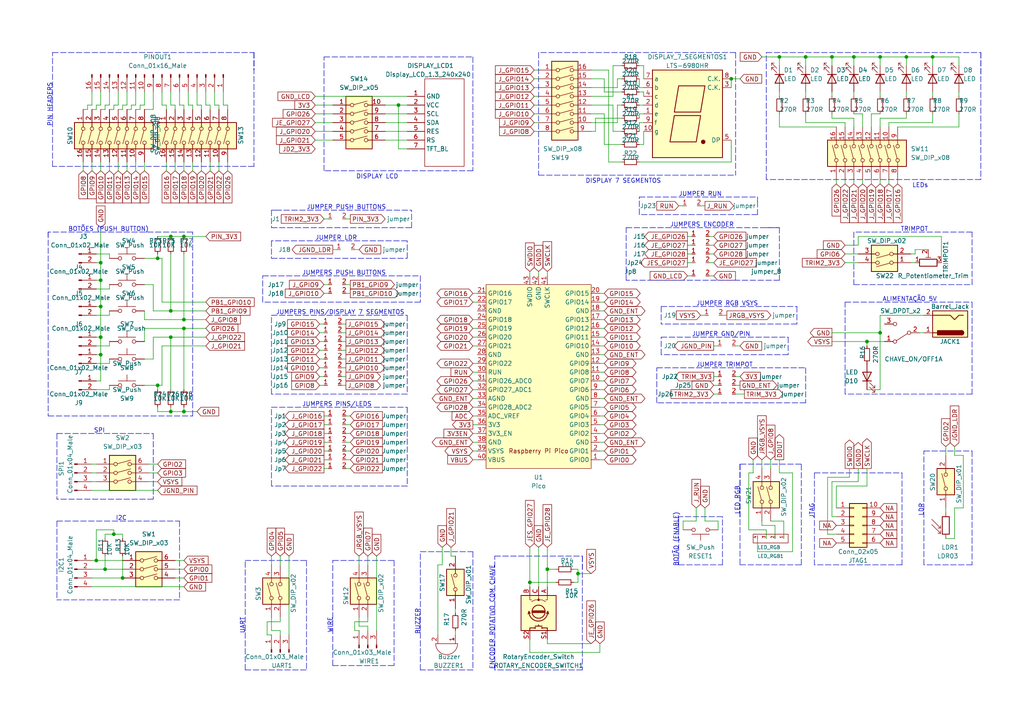
<source format=kicad_sch>
(kicad_sch (version 20211123) (generator eeschema)
  (paper "A4")
  (title_block (title "Kit Desenvolvimento Raspberry PI Pico") (rev "1.0") (company "Instituto Federal da Paraíba - IFPB") (comment 2 "Professor: Alexandre Sales Vasconcelos") (comment 3 "Equipe Produtora: Josehylton Ricardo, Jose Henrique, Ítalo Neves") (comment 4 "Kit produzido na disciplina de Técnicas de Prototipagem"))
  (junction (at 29.21 81.28))
  (junction (at 226.06 16.51))
  (junction (at 49.53 97.79))
  (junction (at 241.3 16.51))
  (junction (at 29.21 88.9))
  (junction (at 270.51 16.51))
  (junction (at 251.46 99.06))
  (junction (at 153.67 168.91))
  (junction (at 167.64 166.37))
  (junction (at 212.09 22.86))
  (junction (at 233.68 16.51))
  (junction (at 30.48 165.1))
  (junction (at 35.56 167.64))
  (junction (at 53.34 95.25))
  (junction (at 29.21 97.79))
  (junction (at 29.21 102.87))
  (junction (at 158.75 165.1))
  (junction (at 53.34 119.38))
  (junction (at 49.53 68.58))
  (junction (at 49.53 90.17))
  (junction (at 29.21 76.2))
  (junction (at 53.34 92.71))
  (junction (at 33.02 154.94))
  (junction (at 255.27 96.52))
  (junction (at 53.34 68.58))
  (junction (at 45.72 111.76))
  (junction (at 247.65 16.51))
  (junction (at 255.27 16.51))
  (junction (at 115.57 30.48))
  (junction (at 45.72 74.93))
  (junction (at 262.89 16.51))
  (junction (at 27.94 162.56))
  (junction (at 49.53 119.38))
  (wire (pts (xy 166.37 168.91) (xy 167.64 168.91)))
  (wire (pts (xy 270.51 16.51) (xy 270.51 19.05)))
  (wire (pts (xy 213.36 100.33) (xy 214.63 100.33)))
  (wire (pts (xy 242.57 36.83) (xy 226.06 36.83)))
  (wire (pts (xy 104.14 161.29) (xy 104.14 163.83)))
  (wire (pts (xy 173.99 113.03) (xy 175.26 113.03)))
  (polyline (pts (xy 261.62 137.16) (xy 261.62 163.83)))
  (polyline (pts (xy 284.48 15.24) (xy 284.48 21.59)))
  (polyline (pts (xy 209.55 163.83) (xy 209.55 149.86)))
  (polyline (pts (xy 213.36 15.24) (xy 213.36 50.8)))
  (polyline (pts (xy 181.61 66.04) (xy 226.06 66.04)))
  (wire (pts (xy 46.99 111.76) (xy 46.99 100.33)))
  (wire (pts (xy 167.64 168.91) (xy 167.64 166.37)))
  (wire (pts (xy 153.67 168.91) (xy 161.29 168.91)))
  (wire (pts (xy 204.47 151.13) (xy 204.47 147.32)))
  (wire (pts (xy 77.47 184.15) (xy 78.74 184.15)))
  (wire (pts (xy 229.87 137.16) (xy 229.87 160.02)))
  (wire (pts (xy 30.48 154.94) (xy 33.02 154.94)))
  (wire (pts (xy 185.42 38.1) (xy 185.42 35.56)))
  (wire (pts (xy 30.48 165.1) (xy 35.56 165.1)))
  (wire (pts (xy 29.21 26.67) (xy 29.21 30.48)))
  (wire (pts (xy 99.06 104.14) (xy 100.33 104.14)))
  (wire (pts (xy 111.76 33.02) (xy 118.11 33.02)))
  (wire (pts (xy 245.11 36.83) (xy 245.11 35.56)))
  (wire (pts (xy 38.1 31.75) (xy 38.1 30.48)))
  (wire (pts (xy 31.75 100.33) (xy 27.94 100.33)))
  (wire (pts (xy 31.75 31.75) (xy 33.02 31.75)))
  (polyline (pts (xy 44.45 144.78) (xy 16.51 144.78)))
  (wire (pts (xy 31.75 73.66) (xy 27.94 73.66)))
  (wire (pts (xy 220.98 16.51) (xy 226.06 16.51)))
  (wire (pts (xy 60.96 30.48) (xy 60.96 31.75)))
  (polyline (pts (xy 267.97 130.81) (xy 281.94 130.81)))
  (polyline (pts (xy 232.41 134.62) (xy 214.63 134.62)))
  (wire (pts (xy 66.04 31.75) (xy 66.04 30.48)))
  (wire (pts (xy 173.99 97.79) (xy 175.26 97.79)))
  (wire (pts (xy 24.13 31.75) (xy 25.4 31.75)))
  (polyline (pts (xy 191.77 88.9) (xy 231.14 88.9)))
  (wire (pts (xy 44.45 31.75) (xy 44.45 26.67)))
  (wire (pts (xy 64.77 30.48) (xy 64.77 26.67)))
  (polyline (pts (xy 118.11 74.93) (xy 118.11 69.85)))
  (wire (pts (xy 100.33 85.09) (xy 101.6 85.09)))
  (wire (pts (xy 240.03 138.43) (xy 240.03 154.94)))
  (wire (pts (xy 99.06 96.52) (xy 100.33 96.52)))
  (wire (pts (xy 251.46 113.03) (xy 255.27 113.03)))
  (wire (pts (xy 212.09 46.99) (xy 212.09 40.64)))
  (wire (pts (xy 227.33 151.13) (xy 227.33 156.21)))
  (wire (pts (xy 109.22 161.29) (xy 109.22 182.88)))
  (wire (pts (xy 173.99 95.25) (xy 175.26 95.25)))
  (wire (pts (xy 177.8 19.05) (xy 180.34 19.05)))
  (polyline (pts (xy 78.74 60.96) (xy 78.74 66.04)))
  (wire (pts (xy 137.16 130.81) (xy 138.43 130.81)))
  (polyline (pts (xy 78.74 118.11) (xy 118.11 118.11)))
  (wire (pts (xy 31.75 99.06) (xy 31.75 100.33)))
  (wire (pts (xy 171.45 38.1) (xy 172.72 38.1)))
  (polyline (pts (xy 16.51 125.73) (xy 44.45 125.73)))
  (wire (pts (xy 173.99 115.57) (xy 175.26 115.57)))
  (wire (pts (xy 104.14 179.07) (xy 104.14 181.61)))
  (polyline (pts (xy 114.3 162.56) (xy 114.3 193.04)))
  (polyline (pts (xy 73.66 15.24) (xy 73.66 48.26)))
  (polyline (pts (xy 222.25 15.24) (xy 284.48 15.24)))
  (wire (pts (xy 201.93 151.13) (xy 201.93 147.32)))
  (wire (pts (xy 154.94 25.4) (xy 156.21 25.4)))
  (polyline (pts (xy 73.66 48.26) (xy 15.24 48.26)))
  (wire (pts (xy 27.94 31.75) (xy 27.94 30.48)))
  (wire (pts (xy 248.92 139.7) (xy 241.3 139.7)))
  (polyline (pts (xy 121.92 160.02) (xy 137.16 160.02)))
  (wire (pts (xy 241.3 96.52) (xy 255.27 96.52)))
  (wire (pts (xy 185.42 19.05) (xy 186.69 19.05)))
  (polyline (pts (xy 88.9 162.56) (xy 88.9 194.31)))
  (wire (pts (xy 252.73 36.83) (xy 252.73 33.02)))
  (polyline (pts (xy 76.2 87.63) (xy 76.2 80.01)))
  (wire (pts (xy 279.4 147.32) (xy 279.4 132.08)))
  (wire (pts (xy 92.71 93.98) (xy 93.98 93.98)))
  (wire (pts (xy 153.67 78.74) (xy 153.67 80.01)))
  (wire (pts (xy 91.44 40.64) (xy 96.52 40.64)))
  (wire (pts (xy 26.67 162.56) (xy 27.94 162.56)))
  (wire (pts (xy 185.42 46.99) (xy 212.09 46.99)))
  (polyline (pts (xy 121.92 80.01) (xy 121.92 87.63)))
  (wire (pts (xy 173.99 85.09) (xy 175.26 85.09)))
  (wire (pts (xy 185.42 34.29) (xy 185.42 33.02)))
  (polyline (pts (xy 232.41 163.83) (xy 232.41 134.62)))
  (polyline (pts (xy 219.71 57.15) (xy 219.71 58.42)))
  (polyline (pts (xy 219.71 62.23) (xy 185.42 62.23)))
  (polyline (pts (xy 119.38 66.04) (xy 119.38 60.96)))
  (wire (pts (xy 26.67 170.18) (xy 53.34 170.18)))
  (wire (pts (xy 27.94 30.48) (xy 29.21 30.48)))
  (wire (pts (xy 106.68 179.07) (xy 106.68 180.34)))
  (polyline (pts (xy 118.11 91.44) (xy 118.11 114.3)))
  (polyline (pts (xy 13.97 67.31) (xy 13.97 120.65)))
  (wire (pts (xy 60.96 46.99) (xy 60.96 49.53)))
  (wire (pts (xy 262.89 16.51) (xy 270.51 16.51)))
  (wire (pts (xy 35.56 154.94) (xy 35.56 156.21)))
  (polyline (pts (xy 190.5 106.68) (xy 233.68 106.68)))
  (wire (pts (xy 93.98 130.81) (xy 95.25 130.81)))
  (wire (pts (xy 171.45 33.02) (xy 175.26 33.02)))
  (wire (pts (xy 43.18 139.7) (xy 45.72 139.7)))
  (polyline (pts (xy 118.11 118.11) (xy 118.11 119.38)))
  (wire (pts (xy 175.26 33.02) (xy 175.26 41.91)))
  (wire (pts (xy 265.43 72.39) (xy 265.43 73.66)))
  (wire (pts (xy 223.52 151.13) (xy 227.33 151.13)))
  (wire (pts (xy 26.67 31.75) (xy 27.94 31.75)))
  (wire (pts (xy 233.68 16.51) (xy 233.68 19.05)))
  (wire (pts (xy 49.53 30.48) (xy 49.53 26.67)))
  (wire (pts (xy 242.57 140.97) (xy 242.57 147.32)))
  (polyline (pts (xy 228.6 102.87) (xy 191.77 102.87)))
  (wire (pts (xy 99.06 99.06) (xy 100.33 99.06)))
  (polyline (pts (xy 118.11 114.3) (xy 78.74 114.3)))
  (polyline (pts (xy 121.92 194.31) (xy 121.92 160.02)))
  (wire (pts (xy 81.28 182.88) (xy 81.28 184.15)))
  (wire (pts (xy 175.26 41.91) (xy 180.34 41.91)))
  (polyline (pts (xy 191.77 88.9) (xy 191.77 93.98)))
  (wire (pts (xy 213.36 109.22) (xy 214.63 109.22)))
  (wire (pts (xy 27.94 81.28) (xy 29.21 81.28)))
  (wire (pts (xy 39.37 46.99) (xy 39.37 49.53)))
  (wire (pts (xy 41.91 92.71) (xy 41.91 90.17)))
  (wire (pts (xy 54.61 30.48) (xy 54.61 26.67)))
  (wire (pts (xy 50.8 167.64) (xy 53.34 167.64)))
  (wire (pts (xy 255.27 34.29) (xy 262.89 34.29)))
  (polyline (pts (xy 121.92 87.63) (xy 76.2 87.63)))
  (wire (pts (xy 173.99 110.49) (xy 175.26 110.49)))
  (wire (pts (xy 266.7 96.52) (xy 267.97 96.52)))
  (wire (pts (xy 41.91 95.25) (xy 53.34 95.25)))
  (wire (pts (xy 173.99 118.11) (xy 175.26 118.11)))
  (wire (pts (xy 199.39 80.01) (xy 200.66 80.01)))
  (wire (pts (xy 158.75 165.1) (xy 161.29 165.1)))
  (wire (pts (xy 93.98 85.09) (xy 95.25 85.09)))
  (wire (pts (xy 248.92 135.89) (xy 248.92 139.7)))
  (wire (pts (xy 127 163.83) (xy 127 184.15)))
  (wire (pts (xy 173.99 123.19) (xy 175.26 123.19)))
  (polyline (pts (xy 168.91 161.29) (xy 168.91 194.31)))
  (wire (pts (xy 49.53 90.17) (xy 59.69 90.17)))
  (wire (pts (xy 248.92 71.12) (xy 245.11 71.12)))
  (polyline (pts (xy 137.16 160.02) (xy 137.16 194.31)))
  (wire (pts (xy 30.48 31.75) (xy 30.48 30.48)))
  (wire (pts (xy 49.53 73.66) (xy 49.53 90.17)))
  (wire (pts (xy 44.45 90.17) (xy 49.53 90.17)))
  (wire (pts (xy 27.94 88.9) (xy 29.21 88.9)))
  (wire (pts (xy 41.91 95.25) (xy 41.91 99.06)))
  (wire (pts (xy 45.72 118.11) (xy 45.72 119.38)))
  (wire (pts (xy 247.65 52.07) (xy 247.65 53.34)))
  (wire (pts (xy 241.3 26.67) (xy 241.3 27.94)))
  (wire (pts (xy 92.71 96.52) (xy 93.98 96.52)))
  (wire (pts (xy 154.94 27.94) (xy 156.21 27.94)))
  (wire (pts (xy 102.87 182.88) (xy 104.14 182.88)))
  (wire (pts (xy 26.67 139.7) (xy 27.94 139.7)))
  (wire (pts (xy 91.44 33.02) (xy 96.52 33.02)))
  (wire (pts (xy 53.34 95.25) (xy 53.34 113.03)))
  (wire (pts (xy 276.86 129.54) (xy 276.86 132.08)))
  (wire (pts (xy 199.39 68.58) (xy 200.66 68.58)))
  (wire (pts (xy 262.89 26.67) (xy 262.89 27.94)))
  (wire (pts (xy 26.67 46.99) (xy 26.67 49.53)))
  (wire (pts (xy 212.09 22.86) (xy 214.63 22.86)))
  (wire (pts (xy 154.94 35.56) (xy 156.21 35.56)))
  (wire (pts (xy 173.99 125.73) (xy 175.26 125.73)))
  (wire (pts (xy 255.27 52.07) (xy 255.27 53.34)))
  (wire (pts (xy 278.13 26.67) (xy 278.13 27.94)))
  (polyline (pts (xy 96.52 162.56) (xy 114.3 162.56)))
  (wire (pts (xy 49.53 119.38) (xy 53.34 119.38)))
  (wire (pts (xy 217.17 153.67) (xy 222.25 153.67)))
  (wire (pts (xy 185.42 33.02) (xy 186.69 33.02)))
  (wire (pts (xy 241.3 149.86) (xy 242.57 149.86)))
  (wire (pts (xy 106.68 181.61) (xy 106.68 182.88)))
  (wire (pts (xy 106.68 161.29) (xy 106.68 163.83)))
  (wire (pts (xy 173.99 133.35) (xy 175.26 133.35)))
  (wire (pts (xy 132.08 176.53) (xy 132.08 177.8)))
  (polyline (pts (xy 13.97 67.31) (xy 13.97 68.58)))
  (wire (pts (xy 48.26 30.48) (xy 46.99 30.48)))
  (wire (pts (xy 55.88 30.48) (xy 54.61 30.48)))
  (wire (pts (xy 115.57 30.48) (xy 115.57 43.18)))
  (wire (pts (xy 53.34 30.48) (xy 53.34 31.75)))
  (polyline (pts (xy 261.62 163.83) (xy 236.22 163.83)))
  (polyline (pts (xy 226.06 66.04) (xy 222.25 66.04)))
  (wire (pts (xy 173.99 128.27) (xy 175.26 128.27)))
  (wire (pts (xy 100.33 130.81) (xy 101.6 130.81)))
  (wire (pts (xy 207.01 100.33) (xy 208.28 100.33)))
  (wire (pts (xy 185.42 22.86) (xy 185.42 25.4)))
  (polyline (pts (xy 137.16 194.31) (xy 121.92 194.31)))
  (wire (pts (xy 29.21 88.9) (xy 29.21 81.28)))
  (wire (pts (xy 229.87 137.16) (xy 226.06 137.16)))
  (wire (pts (xy 29.21 66.04) (xy 29.21 76.2)))
  (wire (pts (xy 53.34 73.66) (xy 53.34 92.71)))
  (wire (pts (xy 185.42 35.56) (xy 186.69 35.56)))
  (wire (pts (xy 245.11 76.2) (xy 248.92 76.2)))
  (wire (pts (xy 29.21 46.99) (xy 29.21 49.53)))
  (wire (pts (xy 99.06 101.6) (xy 100.33 101.6)))
  (wire (pts (xy 41.91 31.75) (xy 44.45 31.75)))
  (wire (pts (xy 207.01 109.22) (xy 208.28 109.22)))
  (wire (pts (xy 278.13 16.51) (xy 278.13 19.05)))
  (polyline (pts (xy 236.22 137.16) (xy 261.62 137.16)))
  (wire (pts (xy 33.02 31.75) (xy 33.02 30.48)))
  (wire (pts (xy 31.75 90.17) (xy 31.75 91.44)))
  (wire (pts (xy 83.82 161.29) (xy 83.82 184.15)))
  (polyline (pts (xy 281.94 114.3) (xy 245.11 114.3)))
  (wire (pts (xy 137.16 87.63) (xy 138.43 87.63)))
  (wire (pts (xy 185.42 25.4) (xy 186.69 25.4)))
  (polyline (pts (xy 71.12 194.31) (xy 88.9 194.31)))
  (wire (pts (xy 27.94 162.56) (xy 35.56 162.56)))
  (wire (pts (xy 33.02 30.48) (xy 34.29 30.48)))
  (wire (pts (xy 91.44 27.94) (xy 118.11 27.94)))
  (polyline (pts (xy 96.52 193.04) (xy 114.3 193.04)))
  (wire (pts (xy 171.45 35.56) (xy 179.07 35.56)))
  (polyline (pts (xy 281.94 82.55) (xy 281.94 67.31)))
  (polyline (pts (xy 137.16 49.53) (xy 93.98 49.53)))
  (polyline (pts (xy 71.12 162.56) (xy 88.9 162.56)))
  (wire (pts (xy 45.72 111.76) (xy 46.99 111.76)))
  (wire (pts (xy 58.42 46.99) (xy 58.42 49.53)))
  (polyline (pts (xy 143.51 194.31) (xy 143.51 161.29)))
  (wire (pts (xy 179.07 30.48) (xy 180.34 30.48)))
  (wire (pts (xy 35.56 30.48) (xy 36.83 30.48)))
  (wire (pts (xy 31.75 111.76) (xy 31.75 113.03)))
  (polyline (pts (xy 284.48 15.24) (xy 284.48 52.07)))
  (wire (pts (xy 26.67 26.67) (xy 26.67 30.48)))
  (wire (pts (xy 179.07 35.56) (xy 179.07 30.48)))
  (wire (pts (xy 31.75 26.67) (xy 31.75 30.48)))
  (wire (pts (xy 158.75 186.69) (xy 171.45 186.69)))
  (polyline (pts (xy 93.98 16.51) (xy 137.16 16.51)))
  (wire (pts (xy 92.71 111.76) (xy 93.98 111.76)))
  (wire (pts (xy 91.44 30.48) (xy 96.52 30.48)))
  (wire (pts (xy 58.42 30.48) (xy 57.15 30.48)))
  (wire (pts (xy 31.75 46.99) (xy 31.75 49.53)))
  (wire (pts (xy 100.33 123.19) (xy 101.6 123.19)))
  (wire (pts (xy 111.76 40.64) (xy 118.11 40.64)))
  (wire (pts (xy 53.34 92.71) (xy 59.69 92.71)))
  (wire (pts (xy 29.21 76.2) (xy 29.21 81.28)))
  (wire (pts (xy 49.53 97.79) (xy 59.69 97.79)))
  (wire (pts (xy 208.28 153.67) (xy 208.28 151.13)))
  (wire (pts (xy 29.21 88.9) (xy 29.21 97.79)))
  (wire (pts (xy 270.51 26.67) (xy 270.51 27.94)))
  (wire (pts (xy 49.53 97.79) (xy 49.53 113.03)))
  (wire (pts (xy 219.71 160.02) (xy 219.71 156.21)))
  (wire (pts (xy 26.67 142.24) (xy 45.72 142.24)))
  (wire (pts (xy 199.39 76.2) (xy 200.66 76.2)))
  (wire (pts (xy 198.12 151.13) (xy 201.93 151.13)))
  (wire (pts (xy 102.87 72.39) (xy 104.14 72.39)))
  (wire (pts (xy 48.26 30.48) (xy 48.26 31.75)))
  (polyline (pts (xy 52.07 173.99) (xy 16.51 173.99)))
  (wire (pts (xy 25.4 30.48) (xy 26.67 30.48)))
  (polyline (pts (xy 137.16 16.51) (xy 137.16 49.53)))
  (wire (pts (xy 137.16 107.95) (xy 138.43 107.95)))
  (wire (pts (xy 273.05 76.2) (xy 273.05 68.58)))
  (wire (pts (xy 226.06 137.16) (xy 226.06 133.35)))
  (wire (pts (xy 177.8 19.05) (xy 177.8 27.94)))
  (wire (pts (xy 100.33 120.65) (xy 101.6 120.65)))
  (wire (pts (xy 167.64 166.37) (xy 171.45 166.37)))
  (wire (pts (xy 154.94 20.32) (xy 156.21 20.32)))
  (wire (pts (xy 30.48 30.48) (xy 31.75 30.48)))
  (wire (pts (xy 137.16 123.19) (xy 138.43 123.19)))
  (wire (pts (xy 99.06 106.68) (xy 100.33 106.68)))
  (wire (pts (xy 247.65 16.51) (xy 255.27 16.51)))
  (wire (pts (xy 33.02 153.67) (xy 33.02 154.94)))
  (wire (pts (xy 128.27 163.83) (xy 127 163.83)))
  (polyline (pts (xy 226.06 81.28) (xy 181.61 81.28)))
  (wire (pts (xy 53.34 119.38) (xy 57.15 119.38)))
  (wire (pts (xy 262.89 16.51) (xy 262.89 19.05)))
  (wire (pts (xy 175.26 26.67) (xy 180.34 26.67)))
  (wire (pts (xy 53.34 30.48) (xy 52.07 30.48)))
  (wire (pts (xy 167.64 166.37) (xy 167.64 165.1)))
  (wire (pts (xy 247.65 34.29) (xy 241.3 34.29)))
  (wire (pts (xy 137.16 100.33) (xy 138.43 100.33)))
  (wire (pts (xy 27.94 153.67) (xy 27.94 162.56)))
  (wire (pts (xy 63.5 30.48) (xy 63.5 31.75)))
  (wire (pts (xy 100.33 133.35) (xy 101.6 133.35)))
  (wire (pts (xy 60.96 30.48) (xy 59.69 30.48)))
  (wire (pts (xy 203.2 59.69) (xy 204.47 59.69)))
  (wire (pts (xy 246.38 135.89) (xy 246.38 138.43)))
  (wire (pts (xy 128.27 158.75) (xy 128.27 163.83)))
  (wire (pts (xy 99.06 111.76) (xy 100.33 111.76)))
  (wire (pts (xy 45.72 74.93) (xy 41.91 74.93)))
  (polyline (pts (xy 219.71 58.42) (xy 219.71 62.23)))
  (wire (pts (xy 229.87 160.02) (xy 219.71 160.02)))
  (wire (pts (xy 173.99 100.33) (xy 175.26 100.33)))
  (wire (pts (xy 175.26 22.86) (xy 175.26 26.67)))
  (wire (pts (xy 264.16 76.2) (xy 265.43 76.2)))
  (wire (pts (xy 257.81 36.83) (xy 257.81 35.56)))
  (wire (pts (xy 46.99 74.93) (xy 45.72 74.93)))
  (polyline (pts (xy 214.63 163.83) (xy 232.41 163.83)))
  (wire (pts (xy 250.19 52.07) (xy 250.19 53.34)))
  (wire (pts (xy 44.45 104.14) (xy 41.91 104.14)))
  (polyline (pts (xy 236.22 137.16) (xy 236.22 163.83)))
  (wire (pts (xy 255.27 91.44) (xy 255.27 96.52)))
  (wire (pts (xy 217.17 137.16) (xy 217.17 153.67)))
  (wire (pts (xy 29.21 31.75) (xy 30.48 31.75)))
  (wire (pts (xy 31.75 113.03) (xy 27.94 113.03)))
  (wire (pts (xy 66.04 30.48) (xy 64.77 30.48)))
  (wire (pts (xy 27.94 76.2) (xy 29.21 76.2)))
  (polyline (pts (xy 44.45 125.73) (xy 44.45 144.78)))
  (polyline (pts (xy 168.91 161.29) (xy 168.91 165.1)))
  (wire (pts (xy 41.91 92.71) (xy 53.34 92.71)))
  (wire (pts (xy 93.98 128.27) (xy 95.25 128.27)))
  (wire (pts (xy 26.67 137.16) (xy 27.94 137.16)))
  (wire (pts (xy 173.99 90.17) (xy 175.26 90.17)))
  (wire (pts (xy 29.21 97.79) (xy 29.21 102.87)))
  (wire (pts (xy 241.3 99.06) (xy 251.46 99.06)))
  (polyline (pts (xy 78.74 91.44) (xy 118.11 91.44)))
  (wire (pts (xy 102.87 180.34) (xy 102.87 182.88)))
  (wire (pts (xy 233.68 35.56) (xy 233.68 33.02)))
  (wire (pts (xy 177.8 30.48) (xy 177.8 38.1)))
  (wire (pts (xy 173.99 105.41) (xy 175.26 105.41)))
  (polyline (pts (xy 78.74 69.85) (xy 78.74 74.93)))
  (wire (pts (xy 50.8 165.1) (xy 53.34 165.1)))
  (wire (pts (xy 278.13 36.83) (xy 278.13 33.02)))
  (wire (pts (xy 248.92 68.58) (xy 248.92 71.12)))
  (wire (pts (xy 179.07 25.4) (xy 179.07 22.86)))
  (wire (pts (xy 218.44 137.16) (xy 218.44 133.35)))
  (wire (pts (xy 53.34 95.25) (xy 59.69 95.25)))
  (polyline (pts (xy 281.94 87.63) (xy 281.94 114.3)))
  (wire (pts (xy 137.16 120.65) (xy 138.43 120.65)))
  (polyline (pts (xy 93.98 49.53) (xy 93.98 16.51)))
  (wire (pts (xy 156.21 78.74) (xy 156.21 80.01)))
  (wire (pts (xy 63.5 46.99) (xy 63.5 49.53)))
  (wire (pts (xy 29.21 102.87) (xy 29.21 110.49)))
  (wire (pts (xy 137.16 105.41) (xy 138.43 105.41)))
  (wire (pts (xy 49.53 118.11) (xy 49.53 119.38)))
  (wire (pts (xy 276.86 147.32) (xy 279.4 147.32)))
  (wire (pts (xy 96.52 72.39) (xy 97.79 72.39)))
  (polyline (pts (xy 78.74 114.3) (xy 78.74 91.44)))
  (wire (pts (xy 92.71 109.22) (xy 93.98 109.22)))
  (wire (pts (xy 173.99 186.69) (xy 173.99 189.23)))
  (wire (pts (xy 240.03 154.94) (xy 242.57 154.94)))
  (wire (pts (xy 41.91 26.67) (xy 41.91 30.48)))
  (polyline (pts (xy 16.51 125.73) (xy 16.51 144.78)))
  (wire (pts (xy 226.06 16.51) (xy 226.06 19.05)))
  (wire (pts (xy 177.8 38.1) (xy 180.34 38.1)))
  (polyline (pts (xy 185.42 62.23) (xy 185.42 57.15)))
  (wire (pts (xy 39.37 31.75) (xy 40.64 31.75)))
  (wire (pts (xy 171.45 20.32) (xy 176.53 20.32)))
  (polyline (pts (xy 245.11 114.3) (xy 245.11 87.63)))
  (wire (pts (xy 218.44 137.16) (xy 217.17 137.16)))
  (wire (pts (xy 273.05 68.58) (xy 248.92 68.58)))
  (polyline (pts (xy 281.94 67.31) (xy 247.65 67.31)))
  (wire (pts (xy 222.25 153.67) (xy 222.25 156.21)))
  (wire (pts (xy 185.42 26.67) (xy 186.69 26.67)))
  (wire (pts (xy 99.06 109.22) (xy 100.33 109.22)))
  (wire (pts (xy 43.18 134.62) (xy 45.72 134.62)))
  (wire (pts (xy 199.39 71.12) (xy 200.66 71.12)))
  (wire (pts (xy 186.69 26.67) (xy 186.69 27.94)))
  (polyline (pts (xy 71.12 194.31) (xy 71.12 162.56)))
  (wire (pts (xy 26.67 165.1) (xy 30.48 165.1)))
  (wire (pts (xy 220.98 133.35) (xy 220.98 135.89)))
  (wire (pts (xy 205.74 80.01) (xy 207.01 80.01)))
  (wire (pts (xy 93.98 125.73) (xy 95.25 125.73)))
  (wire (pts (xy 158.75 165.1) (xy 158.75 170.18)))
  (wire (pts (xy 130.81 161.29) (xy 132.08 161.29)))
  (wire (pts (xy 38.1 30.48) (xy 39.37 30.48)))
  (wire (pts (xy 33.02 154.94) (xy 35.56 154.94)))
  (wire (pts (xy 137.16 118.11) (xy 138.43 118.11)))
  (wire (pts (xy 186.69 41.91) (xy 186.69 38.1)))
  (polyline (pts (xy 185.42 57.15) (xy 219.71 57.15)))
  (polyline (pts (xy 233.68 116.84) (xy 190.5 116.84)))
  (wire (pts (xy 154.94 33.02) (xy 156.21 33.02)))
  (wire (pts (xy 50.8 46.99) (xy 50.8 49.53)))
  (polyline (pts (xy 247.65 82.55) (xy 259.08 82.55)))
  (wire (pts (xy 205.74 68.58) (xy 207.01 68.58)))
  (wire (pts (xy 255.27 36.83) (xy 255.27 34.29)))
  (wire (pts (xy 26.67 167.64) (xy 35.56 167.64)))
  (wire (pts (xy 137.16 133.35) (xy 138.43 133.35)))
  (wire (pts (xy 242.57 53.34) (xy 242.57 52.07)))
  (wire (pts (xy 205.74 73.66) (xy 207.01 73.66)))
  (polyline (pts (xy 191.77 102.87) (xy 191.77 97.79)))
  (polyline (pts (xy 168.91 194.31) (xy 143.51 194.31)))
  (polyline (pts (xy 16.51 151.13) (xy 52.07 151.13)))
  (wire (pts (xy 104.14 181.61) (xy 106.68 181.61)))
  (wire (pts (xy 53.34 46.99) (xy 53.34 49.53)))
  (polyline (pts (xy 76.2 80.01) (xy 121.92 80.01)))
  (wire (pts (xy 34.29 31.75) (xy 35.56 31.75)))
  (polyline (pts (xy 228.6 97.79) (xy 228.6 102.87)))
  (wire (pts (xy 250.19 36.83) (xy 250.19 33.02)))
  (wire (pts (xy 207.01 111.76) (xy 208.28 111.76)))
  (wire (pts (xy 173.99 87.63) (xy 175.26 87.63)))
  (wire (pts (xy 203.2 91.44) (xy 204.47 91.44)))
  (polyline (pts (xy 245.11 87.63) (xy 281.94 87.63)))
  (wire (pts (xy 49.53 68.58) (xy 53.34 68.58)))
  (wire (pts (xy 91.44 35.56) (xy 96.52 35.56)))
  (wire (pts (xy 246.38 138.43) (xy 240.03 138.43)))
  (wire (pts (xy 44.45 97.79) (xy 49.53 97.79)))
  (wire (pts (xy 27.94 102.87) (xy 29.21 102.87)))
  (wire (pts (xy 241.3 34.29) (xy 241.3 33.02)))
  (wire (pts (xy 185.42 30.48) (xy 186.69 30.48)))
  (wire (pts (xy 176.53 20.32) (xy 176.53 46.99)))
  (wire (pts (xy 156.21 158.75) (xy 156.21 170.18)))
  (wire (pts (xy 30.48 156.21) (xy 30.48 154.94)))
  (wire (pts (xy 35.56 161.29) (xy 35.56 167.64)))
  (wire (pts (xy 233.68 26.67) (xy 233.68 27.94)))
  (wire (pts (xy 52.07 30.48) (xy 52.07 26.67)))
  (wire (pts (xy 274.32 147.32) (xy 274.32 148.59)))
  (wire (pts (xy 93.98 63.5) (xy 95.25 63.5)))
  (wire (pts (xy 205.74 76.2) (xy 207.01 76.2)))
  (wire (pts (xy 233.68 16.51) (xy 241.3 16.51)))
  (wire (pts (xy 257.81 35.56) (xy 270.51 35.56)))
  (wire (pts (xy 44.45 97.79) (xy 44.45 104.14)))
  (polyline (pts (xy 143.51 161.29) (xy 168.91 161.29)))
  (wire (pts (xy 26.67 134.62) (xy 27.94 134.62)))
  (wire (pts (xy 226.06 26.67) (xy 226.06 27.94)))
  (wire (pts (xy 270.51 35.56) (xy 270.51 33.02)))
  (wire (pts (xy 48.26 46.99) (xy 48.26 49.53)))
  (polyline (pts (xy 15.24 15.24) (xy 73.66 15.24)))
  (wire (pts (xy 24.13 46.99) (xy 24.13 49.53)))
  (wire (pts (xy 115.57 30.48) (xy 118.11 30.48)))
  (wire (pts (xy 111.76 30.48) (xy 115.57 30.48)))
  (wire (pts (xy 245.11 52.07) (xy 245.11 53.34)))
  (polyline (pts (xy 80.01 60.96) (xy 78.74 60.96)))
  (wire (pts (xy 173.99 120.65) (xy 175.26 120.65)))
  (wire (pts (xy 57.15 30.48) (xy 57.15 26.67)))
  (wire (pts (xy 78.74 179.07) (xy 78.74 182.88)))
  (wire (pts (xy 53.34 118.11) (xy 53.34 119.38)))
  (wire (pts (xy 92.71 106.68) (xy 93.98 106.68)))
  (wire (pts (xy 137.16 128.27) (xy 138.43 128.27)))
  (wire (pts (xy 44.45 82.55) (xy 41.91 82.55)))
  (wire (pts (xy 137.16 97.79) (xy 138.43 97.79)))
  (wire (pts (xy 154.94 38.1) (xy 156.21 38.1)))
  (wire (pts (xy 34.29 26.67) (xy 34.29 30.48)))
  (wire (pts (xy 173.99 107.95) (xy 175.26 107.95)))
  (wire (pts (xy 132.08 182.88) (xy 132.08 184.15)))
  (wire (pts (xy 255.27 26.67) (xy 255.27 27.94)))
  (wire (pts (xy 55.88 30.48) (xy 55.88 31.75)))
  (wire (pts (xy 154.94 22.86) (xy 156.21 22.86)))
  (polyline (pts (xy 16.51 151.13) (xy 16.51 173.99)))
  (wire (pts (xy 171.45 27.94) (xy 177.8 27.94)))
  (wire (pts (xy 45.72 111.76) (xy 45.72 113.03)))
  (polyline (pts (xy 226.06 66.04) (xy 226.06 81.28)))
  (wire (pts (xy 274.32 156.21) (xy 276.86 156.21)))
  (wire (pts (xy 34.29 46.99) (xy 34.29 49.53)))
  (wire (pts (xy 137.16 125.73) (xy 138.43 125.73)))
  (wire (pts (xy 100.33 128.27) (xy 101.6 128.27)))
  (wire (pts (xy 40.64 31.75) (xy 40.64 30.48)))
  (wire (pts (xy 208.28 151.13) (xy 204.47 151.13)))
  (wire (pts (xy 35.56 31.75) (xy 35.56 30.48)))
  (polyline (pts (xy 231.14 88.9) (xy 231.14 93.98)))
  (polyline (pts (xy 196.85 151.13) (xy 196.85 163.83)))
  (wire (pts (xy 276.86 147.32) (xy 276.86 156.21)))
  (wire (pts (xy 173.99 102.87) (xy 175.26 102.87)))
  (wire (pts (xy 172.72 38.1) (xy 172.72 34.29)))
  (polyline (pts (xy 80.01 60.96) (xy 119.38 60.96)))
  (polyline (pts (xy 196.85 163.83) (xy 209.55 163.83)))
  (wire (pts (xy 130.81 158.75) (xy 130.81 161.29)))
  (wire (pts (xy 158.75 158.75) (xy 158.75 165.1)))
  (wire (pts (xy 92.71 99.06) (xy 93.98 99.06)))
  (wire (pts (xy 171.45 30.48) (xy 177.8 30.48)))
  (polyline (pts (xy 281.94 130.81) (xy 281.94 163.83)))
  (wire (pts (xy 260.35 36.83) (xy 278.13 36.83)))
  (polyline (pts (xy 78.74 74.93) (xy 118.11 74.93)))
  (wire (pts (xy 173.99 92.71) (xy 175.26 92.71)))
  (wire (pts (xy 250.19 33.02) (xy 247.65 33.02)))
  (wire (pts (xy 252.73 33.02) (xy 255.27 33.02)))
  (wire (pts (xy 274.32 129.54) (xy 274.32 132.08)))
  (polyline (pts (xy 196.85 149.86) (xy 196.85 153.67)))
  (polyline (pts (xy 190.5 116.84) (xy 190.5 106.68)))
  (wire (pts (xy 260.35 52.07) (xy 260.35 53.34)))
  (wire (pts (xy 255.27 113.03) (xy 255.27 96.52)))
  (wire (pts (xy 209.55 91.44) (xy 210.82 91.44)))
  (wire (pts (xy 91.44 38.1) (xy 96.52 38.1)))
  (wire (pts (xy 172.72 34.29) (xy 180.34 34.29)))
  (wire (pts (xy 99.06 93.98) (xy 100.33 93.98)))
  (polyline (pts (xy 231.14 93.98) (xy 191.77 93.98)))
  (wire (pts (xy 220.98 151.13) (xy 220.98 152.4)))
  (polyline (pts (xy 118.11 69.85) (xy 78.74 69.85)))
  (wire (pts (xy 213.36 111.76) (xy 214.63 111.76)))
  (polyline (pts (xy 15.24 48.26) (xy 15.24 15.24)))
  (wire (pts (xy 58.42 30.48) (xy 58.42 31.75)))
  (polyline (pts (xy 247.65 67.31) (xy 247.65 82.55)))
  (wire (pts (xy 27.94 97.79) (xy 29.21 97.79)))
  (wire (pts (xy 92.71 104.14) (xy 93.98 104.14)))
  (polyline (pts (xy 191.77 97.79) (xy 228.6 97.79)))
  (wire (pts (xy 63.5 30.48) (xy 62.23 30.48)))
  (polyline (pts (xy 52.07 151.13) (xy 52.07 173.99)))
  (wire (pts (xy 106.68 180.34) (xy 102.87 180.34)))
  (wire (pts (xy 100.33 63.5) (xy 101.6 63.5)))
  (wire (pts (xy 137.16 113.03) (xy 138.43 113.03)))
  (wire (pts (xy 93.98 133.35) (xy 95.25 133.35)))
  (wire (pts (xy 153.67 168.91) (xy 153.67 170.18)))
  (wire (pts (xy 100.33 135.89) (xy 101.6 135.89)))
  (wire (pts (xy 158.75 185.42) (xy 158.75 186.69)))
  (wire (pts (xy 267.97 91.44) (xy 255.27 91.44)))
  (wire (pts (xy 269.24 72.39) (xy 265.43 72.39)))
  (wire (pts (xy 50.8 162.56) (xy 53.34 162.56)))
  (wire (pts (xy 196.85 59.69) (xy 198.12 59.69)))
  (polyline (pts (xy 259.08 82.55) (xy 281.94 82.55)))
  (polyline (pts (xy 118.11 140.97) (xy 78.74 140.97)))
  (wire (pts (xy 93.98 135.89) (xy 95.25 135.89)))
  (wire (pts (xy 40.64 30.48) (xy 41.91 30.48)))
  (polyline (pts (xy 233.68 106.68) (xy 233.68 116.84)))
  (wire (pts (xy 31.75 104.14) (xy 31.75 105.41)))
  (wire (pts (xy 78.74 182.88) (xy 81.28 182.88)))
  (wire (pts (xy 115.57 43.18) (xy 118.11 43.18)))
  (wire (pts (xy 31.75 91.44) (xy 27.94 91.44)))
  (wire (pts (xy 226.06 16.51) (xy 233.68 16.51)))
  (wire (pts (xy 66.04 46.99) (xy 66.04 49.53)))
  (wire (pts (xy 251.46 140.97) (xy 242.57 140.97)))
  (wire (pts (xy 279.4 132.08) (xy 276.86 132.08)))
  (polyline (pts (xy 118.11 118.11) (xy 118.11 140.97)))
  (wire (pts (xy 30.48 161.29) (xy 30.48 165.1)))
  (wire (pts (xy 153.67 158.75) (xy 153.67 168.91)))
  (wire (pts (xy 111.76 38.1) (xy 118.11 38.1)))
  (wire (pts (xy 50.8 30.48) (xy 49.53 30.48)))
  (wire (pts (xy 185.42 41.91) (xy 186.69 41.91)))
  (polyline (pts (xy 267.97 163.83) (xy 267.97 130.81)))
  (wire (pts (xy 205.74 71.12) (xy 207.01 71.12)))
  (polyline (pts (xy 13.97 120.65) (xy 55.88 120.65)))
  (wire (pts (xy 137.16 115.57) (xy 138.43 115.57)))
  (wire (pts (xy 100.33 82.55) (xy 101.6 82.55)))
  (wire (pts (xy 173.99 130.81) (xy 175.26 130.81)))
  (wire (pts (xy 36.83 31.75) (xy 38.1 31.75)))
  (polyline (pts (xy 55.88 67.31) (xy 13.97 67.31)))
  (wire (pts (xy 81.28 180.34) (xy 77.47 180.34)))
  (wire (pts (xy 158.75 78.74) (xy 158.75 80.01)))
  (polyline (pts (xy 222.25 52.07) (xy 222.25 15.24)))
  (wire (pts (xy 199.39 73.66) (xy 200.66 73.66)))
  (polyline (pts (xy 78.74 66.04) (xy 119.38 66.04)))
  (wire (pts (xy 223.52 133.35) (xy 223.52 135.89)))
  (wire (pts (xy 78.74 161.29) (xy 78.74 163.83)))
  (wire (pts (xy 198.12 153.67) (xy 198.12 151.13)))
  (wire (pts (xy 100.33 125.73) (xy 101.6 125.73)))
  (wire (pts (xy 46.99 87.63) (xy 59.69 87.63)))
  (wire (pts (xy 41.91 46.99) (xy 41.91 49.53)))
  (wire (pts (xy 255.27 16.51) (xy 262.89 16.51)))
  (wire (pts (xy 43.18 137.16) (xy 45.72 137.16)))
  (wire (pts (xy 92.71 101.6) (xy 93.98 101.6)))
  (polyline (pts (xy 156.21 15.24) (xy 156.21 50.8)))
  (wire (pts (xy 226.06 36.83) (xy 226.06 33.02)))
  (wire (pts (xy 59.69 30.48) (xy 59.69 26.67)))
  (wire (pts (xy 176.53 46.99) (xy 180.34 46.99)))
  (polyline (pts (xy 73.66 15.24) (xy 73.66 20.32)))
  (wire (pts (xy 262.89 34.29) (xy 262.89 33.02)))
  (wire (pts (xy 207.01 114.3) (xy 208.28 114.3)))
  (wire (pts (xy 153.67 185.42) (xy 153.67 189.23)))
  (wire (pts (xy 55.88 46.99) (xy 55.88 49.53)))
  (wire (pts (xy 251.46 99.06) (xy 256.54 99.06)))
  (wire (pts (xy 247.65 16.51) (xy 247.65 19.05)))
  (wire (pts (xy 245.11 73.66) (xy 248.92 73.66)))
  (wire (pts (xy 179.07 22.86) (xy 180.34 22.86)))
  (wire (pts (xy 186.69 19.05) (xy 186.69 22.86)))
  (wire (pts (xy 44.45 90.17) (xy 44.45 82.55)))
  (wire (pts (xy 41.91 111.76) (xy 45.72 111.76)))
  (wire (pts (xy 81.28 179.07) (xy 81.28 180.34)))
  (wire (pts (xy 241.3 16.51) (xy 241.3 19.05)))
  (wire (pts (xy 27.94 110.49) (xy 29.21 110.49)))
  (wire (pts (xy 36.83 30.48) (xy 36.83 26.67)))
  (wire (pts (xy 224.79 152.4) (xy 224.79 156.21)))
  (wire (pts (xy 39.37 26.67) (xy 39.37 30.48)))
  (wire (pts (xy 27.94 153.67) (xy 33.02 153.67)))
  (polyline (pts (xy 78.74 140.97) (xy 78.74 118.11)))
  (wire (pts (xy 31.75 82.55) (xy 31.75 83.82)))
  (wire (pts (xy 247.65 26.67) (xy 247.65 27.94)))
  (wire (pts (xy 264.16 73.66) (xy 265.43 73.66)))
  (polyline (pts (xy 281.94 163.83) (xy 267.97 163.83)))
  (polyline (pts (xy 156.21 50.8) (xy 213.36 50.8)))
  (wire (pts (xy 45.72 68.58) (xy 49.53 68.58)))
  (wire (pts (xy 137.16 92.71) (xy 138.43 92.71)))
  (wire (pts (xy 171.45 25.4) (xy 179.07 25.4)))
  (wire (pts (xy 241.3 16.51) (xy 247.65 16.51)))
  (wire (pts (xy 137.16 95.25) (xy 138.43 95.25)))
  (wire (pts (xy 257.81 52.07) (xy 257.81 53.34)))
  (wire (pts (xy 111.76 35.56) (xy 118.11 35.56)))
  (wire (pts (xy 62.23 30.48) (xy 62.23 26.67)))
  (wire (pts (xy 50.8 30.48) (xy 50.8 31.75)))
  (wire (pts (xy 137.16 85.09) (xy 138.43 85.09)))
  (wire (pts (xy 46.99 30.48) (xy 46.99 26.67)))
  (wire (pts (xy 77.47 180.34) (xy 77.47 184.15)))
  (polyline (pts (xy 55.88 120.65) (xy 55.88 67.31)))
  (wire (pts (xy 251.46 100.33) (xy 251.46 99.06)))
  (polyline (pts (xy 284.48 52.07) (xy 222.25 52.07)))
  (wire (pts (xy 220.98 152.4) (xy 224.79 152.4)))
  (wire (pts (xy 93.98 82.55) (xy 95.25 82.55)))
  (polyline (pts (xy 213.36 15.24) (xy 156.21 15.24)))
  (wire (pts (xy 270.51 16.51) (xy 278.13 16.51)))
  (wire (pts (xy 245.11 35.56) (xy 233.68 35.56)))
  (wire (pts (xy 251.46 135.89) (xy 251.46 140.97)))
  (wire (pts (xy 31.75 83.82) (xy 27.94 83.82)))
  (wire (pts (xy 45.72 119.38) (xy 49.53 119.38)))
  (wire (pts (xy 31.75 74.93) (xy 31.75 73.66)))
  (wire (pts (xy 45.72 73.66) (xy 45.72 74.93)))
  (wire (pts (xy 212.09 22.86) (xy 212.09 25.4)))
  (polyline (pts (xy 214.63 134.62) (xy 214.63 149.86)))
  (wire (pts (xy 137.16 110.49) (xy 138.43 110.49)))
  (wire (pts (xy 93.98 123.19) (xy 95.25 123.19)))
  (polyline (pts (xy 181.61 81.28) (xy 181.61 66.04)))
  (polyline (pts (xy 96.52 193.04) (xy 96.52 162.56)))
  (wire (pts (xy 167.64 165.1) (xy 166.37 165.1)))
  (wire (pts (xy 171.45 22.86) (xy 175.26 22.86)))
  (wire (pts (xy 154.94 30.48) (xy 156.21 30.48)))
  (wire (pts (xy 46.99 100.33) (xy 59.69 100.33)))
  (wire (pts (xy 213.36 114.3) (xy 215.9 114.3)))
  (wire (pts (xy 36.83 46.99) (xy 36.83 49.53)))
  (wire (pts (xy 53.34 68.58) (xy 59.69 68.58)))
  (wire (pts (xy 31.75 105.41) (xy 27.94 105.41)))
  (wire (pts (xy 153.67 189.23) (xy 173.99 189.23)))
  (wire (pts (xy 255.27 16.51) (xy 255.27 19.05)))
  (wire (pts (xy 247.65 36.83) (xy 247.65 34.29)))
  (wire (pts (xy 81.28 161.29) (xy 81.28 163.83)))
  (wire (pts (xy 93.98 120.65) (xy 95.25 120.65)))
  (wire (pts (xy 46.99 74.93) (xy 46.99 87.63)))
  (wire (pts (xy 252.73 52.07) (xy 252.73 53.34)))
  (polyline (pts (xy 214.63 134.62) (xy 214.63 163.83)))
  (wire (pts (xy 241.3 139.7) (xy 241.3 149.86)))
  (polyline (pts (xy 209.55 149.86) (xy 196.85 149.86)))
  (wire (pts (xy 25.4 31.75) (xy 25.4 30.48)))
  (text "BOTÃO (ENABLE)" (at 196.85 148.59 270) (effects (font (size 1.27 1.27)) (justify right bottom)))
  (text "JUMPER LDR" (at 91.44 69.85 0) (effects (font (size 1.27 1.27)) (justify left bottom)))
  (text "JUMPER GND/PIN" (at 200.66 97.79 0) (effects (font (size 1.27 1.27)) (justify left bottom)))
  (text "JUMPER PUSH BUTTONS" (at 88.9 60.96 0) (effects (font (size 1.27 1.27)) (justify left bottom)))
  (text "BOTÕES (PUSH BUTTON)" (at 43.18 67.31 180) (effects (font (size 1.27 1.27)) (justify right bottom)))
  (text "PIN HEADERS" (at 15.24 36.83 90) (effects (font (size 1.27 1.27)) (justify left bottom)))
  (text "LED RGB" (at 214.63 140.97 270) (effects (font (size 1.27 1.27)) (justify right bottom)))
  (text "LEDs" (at 269.24 54.61 180) (effects (font (size 1.27 1.27)) (justify right bottom)))
  (text "WIRE" (at 96.52 179.07 270) (effects (font (size 1.27 1.27)) (justify right bottom)))
  (text "JUMPER TRIMPOT" (at 201.93 106.68 0) (effects (font (size 1.27 1.27)) (justify left bottom)))
  (text "JUMPERS PUSH BUTTONS" (at 87.63 80.01 0) (effects (font (size 1.27 1.27)) (justify left bottom)))
  (text "DISPLAY LCD" (at 115.57 52.07 180) (effects (font (size 1.27 1.27)) (justify right bottom)))
  (text "LDR" (at 267.97 146.05 270) (effects (font (size 1.27 1.27)) (justify right bottom)))
  (text "BUZZER" (at 121.92 176.53 270) (effects (font (size 1.27 1.27)) (justify right bottom)))
  (text "JUMPER RGB VSYS" (at 201.93 88.9 0) (effects (font (size 1.27 1.27)) (justify left bottom)))
  (text "SPI" (at 30.48 125.73 180) (effects (font (size 1.27 1.27)) (justify right bottom)))
  (text "I2C" (at 36.83 151.13 180) (effects (font (size 1.27 1.27)) (justify right bottom)))
  (text "JUMPERS PINS/LEDS" (at 87.63 118.11 0) (effects (font (size 1.27 1.27)) (justify left bottom)))
  (text "JUMPERS ENCODER" (at 194.31 66.04 0) (effects (font (size 1.27 1.27)) (justify left bottom)))
  (text "DISPLAY 7 SEGMENTOS" (at 191.77 53.34 180) (effects (font (size 1.27 1.27)) (justify right bottom)))
  (text "ALIMENTAÇÃO 5V" (at 271.78 87.63 180) (effects (font (size 1.27 1.27)) (justify right bottom)))
  (text "UART" (at 71.12 179.07 270) (effects (font (size 1.27 1.27)) (justify right bottom)))
  (text "JUMPERS PINS/DISPLAY 7 SEGMENTOS" (at 80.01 91.44 0) (effects (font (size 1.27 1.27)) (justify left bottom)))
  (text "JTAG" (at 236.22 146.05 270) (effects (font (size 1.27 1.27)) (justify right bottom)))
  (text "JUMPER RUN" (at 196.85 57.15 0) (effects (font (size 1.27 1.27)) (justify left bottom)))
  (text "TRIMPOT" (at 269.24 67.31 180) (effects (font (size 1.27 1.27)) (justify right bottom)))
  (text "ENCODER ROTATIVO COM CHAVE" (at 143.51 163.83 270) (effects (font (size 1.27 1.27)) (justify right bottom)))
  (global_label "J_GPIO11" (shape output) (at 100.33 104.14 0) (property "Intersheet References" "${INTERSHEET_REFS}" (effects hide)))
  (global_label "J_GPIO15" (shape input) (at 154.94 20.32 180) (property "Intersheet References" "${INTERSHEET_REFS}" (effects hide)))
  (global_label "JGND_LDR" (shape output) (at 96.52 72.39 180) (property "Intersheet References" "${INTERSHEET_REFS}" (effects hide)))
  (global_label "J_RUN" (shape output) (at 204.47 59.69 0) (property "Intersheet References" "${INTERSHEET_REFS}" (effects hide)))
  (global_label "GPIO26" (shape input) (at 207.01 68.58 0) (property "Intersheet References" "${INTERSHEET_REFS}" (effects hide)))
  (global_label "GPIO15" (shape input) (at 41.91 49.53 270) (property "Intersheet References" "${INTERSHEET_REFS}" (effects hide)))
  (global_label "GND" (shape input) (at 204.47 147.32 90) (property "Intersheet References" "${INTERSHEET_REFS}" (effects hide)))
  (global_label "GPIO5" (shape bidirectional) (at 175.26 118.11 0) (property "Intersheet References" "${INTERSHEET_REFS}" (effects hide)))
  (global_label "GPIO6" (shape input) (at 245.11 73.66 180) (property "Intersheet References" "${INTERSHEET_REFS}" (effects hide)))
  (global_label "GPIO22" (shape bidirectional) (at 137.16 105.41 180) (property "Intersheet References" "${INTERSHEET_REFS}" (effects hide)))
  (global_label "GPIO15" (shape bidirectional) (at 175.26 85.09 0) (property "Intersheet References" "${INTERSHEET_REFS}" (effects hide)))
  (global_label "GND" (shape input) (at 207.01 111.76 180) (property "Intersheet References" "${INTERSHEET_REFS}" (effects hide)))
  (global_label "J_GPIO17" (shape output) (at 93.98 123.19 180) (property "Intersheet References" "${INTERSHEET_REFS}" (effects hide)))
  (global_label "GPIO17" (shape input) (at 101.6 123.19 0) (property "Intersheet References" "${INTERSHEET_REFS}" (effects hide)))
  (global_label "GND_ENT" (shape bidirectional) (at 175.26 128.27 0) (property "Intersheet References" "${INTERSHEET_REFS}" (effects hide)))
  (global_label "TRIM2_3V3" (shape input) (at 245.11 76.2 180) (property "Intersheet References" "${INTERSHEET_REFS}" (effects hide)))
  (global_label "GND" (shape input) (at 109.22 161.29 90) (property "Intersheet References" "${INTERSHEET_REFS}" (effects hide)))
  (global_label "VSYS" (shape input) (at 53.34 162.56 0) (property "Intersheet References" "${INTERSHEET_REFS}" (effects hide)))
  (global_label "GND_ENT" (shape bidirectional) (at 137.16 115.57 180) (property "Intersheet References" "${INTERSHEET_REFS}" (effects hide)))
  (global_label "GPIO8" (shape bidirectional) (at 175.26 107.95 0) (property "Intersheet References" "${INTERSHEET_REFS}" (effects hide)))
  (global_label "GND" (shape input) (at 29.21 66.04 90) (property "Intersheet References" "${INTERSHEET_REFS}" (effects hide)))
  (global_label "J_GPIO10" (shape input) (at 154.94 33.02 180) (property "Intersheet References" "${INTERSHEET_REFS}" (effects hide)))
  (global_label "GPIO15" (shape input) (at 92.71 93.98 180) (property "Intersheet References" "${INTERSHEET_REFS}" (effects hide)))
  (global_label "JES_GPIO27" (shape output) (at 199.39 76.2 180) (property "Intersheet References" "${INTERSHEET_REFS}" (effects hide)))
  (global_label "J_GPIO18" (shape input) (at 255.27 53.34 270) (property "Intersheet References" "${INTERSHEET_REFS}" (effects hide)))
  (global_label "GND" (shape input) (at 104.14 72.39 0) (property "Intersheet References" "${INTERSHEET_REFS}" (effects hide)))
  (global_label "GNDD" (shape input) (at 156.21 78.74 90) (property "Intersheet References" "${INTERSHEET_REFS}" (effects hide)))
  (global_label "GPIO11" (shape input) (at 31.75 49.53 270) (property "Intersheet References" "${INTERSHEET_REFS}" (effects hide)))
  (global_label "GPIO0" (shape bidirectional) (at 175.26 133.35 0) (property "Intersheet References" "${INTERSHEET_REFS}" (effects hide)))
  (global_label "GPIO3" (shape input) (at 45.72 137.16 0) (property "Intersheet References" "${INTERSHEET_REFS}" (effects hide)))
  (global_label "VBUS" (shape input) (at 137.16 133.35 180) (property "Intersheet References" "${INTERSHEET_REFS}" (effects hide)))
  (global_label "GPIO5" (shape input) (at 81.28 161.29 90) (property "Intersheet References" "${INTERSHEET_REFS}" (effects hide)))
  (global_label "J_GPIO22" (shape input) (at 59.69 97.79 0) (property "Intersheet References" "${INTERSHEET_REFS}" (effects hide)))
  (global_label "GPIO20" (shape bidirectional) (at 137.16 97.79 180) (property "Intersheet References" "${INTERSHEET_REFS}" (effects hide)))
  (global_label "GNDD" (shape output) (at 248.92 135.89 90) (property "Intersheet References" "${INTERSHEET_REFS}" (effects hide)))
  (global_label "J_GPIO12" (shape input) (at 154.94 27.94 180) (property "Intersheet References" "${INTERSHEET_REFS}" (effects hide)))
  (global_label "JRGB_VSYS" (shape output) (at 210.82 91.44 0) (property "Intersheet References" "${INTERSHEET_REFS}" (effects hide)))
  (global_label "GPIO9" (shape bidirectional) (at 175.26 105.41 0) (property "Intersheet References" "${INTERSHEET_REFS}" (effects hide)))
  (global_label "GPIO7" (shape input) (at 106.68 161.29 90) (property "Intersheet References" "${INTERSHEET_REFS}" (effects hide)))
  (global_label "GND" (shape input) (at 53.34 170.18 0) (property "Intersheet References" "${INTERSHEET_REFS}" (effects hide)))
  (global_label "J_GPIO19" (shape output) (at 93.98 128.27 180) (property "Intersheet References" "${INTERSHEET_REFS}" (effects hide)))
  (global_label "J_GPIO8" (shape input) (at 223.52 133.35 90) (property "Intersheet References" "${INTERSHEET_REFS}" (effects hide)))
  (global_label "GND" (shape input) (at 245.11 71.12 180) (property "Intersheet References" "${INTERSHEET_REFS}" (effects hide)))
  (global_label "GPIO1" (shape bidirectional) (at 175.26 130.81 0) (property "Intersheet References" "${INTERSHEET_REFS}" (effects hide)))
  (global_label "TRIM_3V3" (shape output) (at 215.9 114.3 0) (property "Intersheet References" "${INTERSHEET_REFS}" (effects hide)))
  (global_label "PB1_GPIO9" (shape output) (at 101.6 82.55 0) (property "Intersheet References" "${INTERSHEET_REFS}" (effects hide)))
  (global_label "J_GPIO21" (shape output) (at 93.98 133.35 180) (property "Intersheet References" "${INTERSHEET_REFS}" (effects hide)))
  (global_label "GND" (shape input) (at 214.63 22.86 0) (property "Intersheet References" "${INTERSHEET_REFS}" (effects hide)))
  (global_label "J_GPIO8" (shape output) (at 100.33 111.76 0) (property "Intersheet References" "${INTERSHEET_REFS}" (effects hide)))
  (global_label "GPIO28" (shape bidirectional) (at 137.16 118.11 180) (property "Intersheet References" "${INTERSHEET_REFS}" (effects hide)))
  (global_label "VSYS" (shape input) (at 45.72 139.7 0) (property "Intersheet References" "${INTERSHEET_REFS}" (effects hide)))
  (global_label "GPIO6" (shape bidirectional) (at 175.26 113.03 0) (property "Intersheet References" "${INTERSHEET_REFS}" (effects hide)))
  (global_label "J_GPIO16" (shape input) (at 260.35 53.34 270) (property "Intersheet References" "${INTERSHEET_REFS}" (effects hide)))
  (global_label "GND" (shape input) (at 128.27 158.75 90) (property "Intersheet References" "${INTERSHEET_REFS}" (effects hide)))
  (global_label "GPIO26" (shape input) (at 242.57 53.34 270) (property "Intersheet References" "${INTERSHEET_REFS}" (effects hide)))
  (global_label "GND_ENT" (shape bidirectional) (at 175.26 102.87 0) (property "Intersheet References" "${INTERSHEET_REFS}" (effects hide)))
  (global_label "J_GPIO15" (shape output) (at 100.33 93.98 0) (property "Intersheet References" "${INTERSHEET_REFS}" (effects hide)))
  (global_label "GPIO7" (shape bidirectional) (at 175.26 110.49 0) (property "Intersheet References" "${INTERSHEET_REFS}" (effects hide)))
  (global_label "GPIO12" (shape bidirectional) (at 175.26 95.25 0) (property "Intersheet References" "${INTERSHEET_REFS}" (effects hide)))
  (global_label "TRIM2_3V3" (shape input) (at 207.01 114.3 180) (property "Intersheet References" "${INTERSHEET_REFS}" (effects hide)))
  (global_label "GND_LCD" (shape input) (at 199.39 80.01 180) (property "Intersheet References" "${INTERSHEET_REFS}" (effects hide)))
  (global_label "RUN" (shape input) (at 137.16 107.95 180) (property "Intersheet References" "${INTERSHEET_REFS}" (effects hide)))
  (global_label "GPIO27" (shape bidirectional) (at 137.16 113.03 180) (property "Intersheet References" "${INTERSHEET_REFS}" (effects hide)))
  (global_label "GND" (shape input) (at 83.82 161.29 90) (property "Intersheet References" "${INTERSHEET_REFS}" (effects hide)))
  (global_label "GPIO18" (shape input) (at 53.34 49.53 270) (property "Intersheet References" "${INTERSHEET_REFS}" (effects hide)))
  (global_label "ADC" (shape input) (at 137.16 120.65 180) (property "Intersheet References" "${INTERSHEET_REFS}" (effects hide)))
  (global_label "JRGB_VSYS" (shape input) (at 104.14 161.29 90) (property "Intersheet References" "${INTERSHEET_REFS}" (effects hide)))
  (global_label "GPIO2" (shape input) (at 274.32 129.54 90) (property "Intersheet References" "${INTERSHEET_REFS}" (effects hide)))
  (global_label "J_GPIO9" (shape input) (at 93.98 82.55 180) (property "Intersheet References" "${INTERSHEET_REFS}" (effects hide)))
  (global_label "GPIO0" (shape input) (at 53.34 165.1 0) (property "Intersheet References" "${INTERSHEET_REFS}" (effects hide)))
  (global_label "GPIO18" (shape input) (at 101.6 125.73 0) (property "Intersheet References" "${INTERSHEET_REFS}" (effects hide)))
  (global_label "GND" (shape input) (at 207.01 80.01 0) (property "Intersheet References" "${INTERSHEET_REFS}" (effects hide)))
  (global_label "PIN_3V3" (shape output) (at 101.6 63.5 0) (property "Intersheet References" "${INTERSHEET_REFS}" (effects hide)))
  (global_label "GPIO21" (shape input) (at 60.96 49.53 270) (property "Intersheet References" "${INTERSHEET_REFS}" (effects hide)))
  (global_label "GPIO19" (shape input) (at 101.6 128.27 0) (property "Intersheet References" "${INTERSHEET_REFS}" (effects hide)))
  (global_label "VSYS" (shape output) (at 241.3 99.06 180) (property "Intersheet References" "${INTERSHEET_REFS}" (effects hide)))
  (global_label "TRIM_3V3" (shape output) (at 207.01 109.22 180) (property "Intersheet References" "${INTERSHEET_REFS}" (effects hide)))
  (global_label "J_GPIO22" (shape input) (at 245.11 53.34 270) (property "Intersheet References" "${INTERSHEET_REFS}" (effects hide)))
  (global_label "J_GPIO10" (shape output) (at 100.33 106.68 0) (property "Intersheet References" "${INTERSHEET_REFS}" (effects hide)))
  (global_label "J_GPIO19" (shape input) (at 252.73 53.34 270) (property "Intersheet References" "${INTERSHEET_REFS}" (effects hide)))
  (global_label "TRIM2_3V3" (shape input) (at 93.98 63.5 180) (property "Intersheet References" "${INTERSHEET_REFS}" (effects hide)))
  (global_label "NA" (shape input) (at 255.27 152.4 0) (property "Intersheet References" "${INTERSHEET_REFS}" (effects hide)))
  (global_label "RUN" (shape input) (at 196.85 59.69 180) (property "Intersheet References" "${INTERSHEET_REFS}" (effects hide)))
  (global_label "J_GPIO14" (shape output) (at 100.33 96.52 0) (property "Intersheet References" "${INTERSHEET_REFS}" (effects hide)))
  (global_label "GPIO17" (shape bidirectional) (at 137.16 87.63 180) (property "Intersheet References" "${INTERSHEET_REFS}" (effects hide)))
  (global_label "J_GPIO21" (shape input) (at 247.65 53.34 270) (property "Intersheet References" "${INTERSHEET_REFS}" (effects hide)))
  (global_label "J_RUN" (shape input) (at 201.93 147.32 90) (property "Intersheet References" "${INTERSHEET_REFS}" (effects hide)))
  (global_label "GPIO3" (shape bidirectional) (at 175.26 123.19 0) (property "Intersheet References" "${INTERSHEET_REFS}" (effects hide)))
  (global_label "3V3" (shape output) (at 137.16 123.19 180) (property "Intersheet References" "${INTERSHEET_REFS}" (effects hide)))
  (global_label "J_GPIO16" (shape output) (at 93.98 120.65 180) (property "Intersheet References" "${INTERSHEET_REFS}" (effects hide)))
  (global_label "J_GPIO21" (shape input) (at 91.44 40.64 180) (property "Intersheet References" "${INTERSHEET_REFS}" (effects hide)))
  (global_label "GPIO8" (shape input) (at 92.71 111.76 180) (property "Intersheet References" "${INTERSHEET_REFS}" (effects hide)))
  (global_label "J_GPIO20" (shape input) (at 91.44 38.1 180) (property "Intersheet References" "${INTERSHEET_REFS}" (effects hide)))
  (global_label "J_GPIO8" (shape input) (at 59.69 92.71 0) (property "Intersheet References" "${INTERSHEET_REFS}" (effects hide)))
  (global_label "GPIO9" (shape input) (at 26.67 49.53 270) (property "Intersheet References" "${INTERSHEET_REFS}" (effects hide)))
  (global_label "SWCLK" (shape output) (at 251.46 135.89 90) (property "Intersheet References" "${INTERSHEET_REFS}" (effects hide)))
  (global_label "GPIO26" (shape input) (at 91.44 33.02 180) (property "Intersheet References" "${INTERSHEET_REFS}" (effects hide)))
  (global_label "NA" (shape input) (at 255.27 147.32 0) (property "Intersheet References" "${INTERSHEET_REFS}" (effects hide)))
  (global_label "J_GPIO10" (shape input) (at 93.98 85.09 180) (property "Intersheet References" "${INTERSHEET_REFS}" (effects hide)))
  (global_label "SWDIO" (shape output) (at 246.38 135.89 90) (property "Intersheet References" "${INTERSHEET_REFS}" (effects hide)))
  (global_label "3V3EN" (shape input) (at 137.16 125.73 180) (property "Intersheet References" "${INTERSHEET_REFS}" (effects hide)))
  (global_label "J_GPIO11" (shape input) (at 154.94 30.48 180) (property "Intersheet References" "${INTERSHEET_REFS}" (effects hide)))
  (global_label "PB1_GPIO10" (shape input) (at 59.69 87.63 0) (property "Intersheet References" "${INTERSHEET_REFS}" (effects hide)))
  (global_label "VSYS" (shape bidirectional) (at 137.16 130.81 180) (property "Intersheet References" "${INTERSHEET_REFS}" (effects hide)))
  (global_label "GPIO13" (shape input) (at 92.71 99.06 180) (property "Intersheet References" "${INTERSHEET_REFS}" (effects hide)))
  (global_label "GPIO4" (shape input) (at 78.74 161.29 90) (property "Intersheet References" "${INTERSHEET_REFS}" (effects hide)))
  (global_label "VSYS" (shape input) (at 171.45 166.37 90) (property "Intersheet References" "${INTERSHEET_REFS}" (effects hide)))
  (global_label "JGND_PIN" (shape output) (at 207.01 100.33 180) (property "Intersheet References" "${INTERSHEET_REFS}" (effects hide)))
  (global_label "GPIO26" (shape bidirectional) (at 137.16 110.49 180) (property "Intersheet References" "${INTERSHEET_REFS}" (effects hide)))
  (global_label "NA" (shape input) (at 255.27 154.94 0) (property "Intersheet References" "${INTERSHEET_REFS}" (effects hide)))
  (global_label "J_GPIO13" (shape output) (at 100.33 99.06 0) (property "Intersheet References" "${INTERSHEET_REFS}" (effects hide)))
  (global_label "GPIO19" (shape input) (at 55.88 49.53 270) (property "Intersheet References" "${INTERSHEET_REFS}" (effects hide)))
  (global_label "GPIO16" (shape input) (at 48.26 49.53 270) (property "Intersheet References" "${INTERSHEET_REFS}" (effects hide)))
  (global_label "GPIO18" (shape bidirectional) (at 137.16 92.71 180) (property "Intersheet References" "${INTERSHEET_REFS}" (effects hide)))
  (global_label "GND_ENT" (shape bidirectional) (at 175.26 115.57 0) (property "Intersheet References" "${INTERSHEET_REFS}" (effects hide)))
  (global_label "GPIO12" (shape input) (at 92.71 101.6 180) (property "Intersheet References" "${INTERSHEET_REFS}" (effects hide)))
  (global_label "GPIO17" (shape input) (at 50.8 49.53 270) (property "Intersheet References" "${INTERSHEET_REFS}" (effects hide)))
  (global_label "JGND_PIN" (shape input) (at 45.72 142.24 0) (property "Intersheet References" "${INTERSHEET_REFS}" (effects hide)))
  (global_label "J_GPIO13" (shape input) (at 154.94 25.4 180) (property "Intersheet References" "${INTERSHEET_REFS}" (effects hide)))
  (global_label "GPIO12" (shape input) (at 34.29 49.53 270) (property "Intersheet References" "${INTERSHEET_REFS}" (effects hide)))
  (global_label "J_GPIO21" (shape input) (at 130.81 158.75 90) (property "Intersheet References" "${INTERSHEET_REFS}" (effects hide)))
  (global_label "J_GPIO12" (shape output) (at 100.33 101.6 0) (property "Intersheet References" "${INTERSHEET_REFS}" (effects hide)))
  (global_label "GPIO21" (shape input) (at 101.6 133.35 0) (property "Intersheet References" "${INTERSHEET_REFS}" (effects hide)))
  (global_label "SWCLK" (shape input) (at 158.75 78.74 90) (property "Intersheet References" "${INTERSHEET_REFS}" (effects hide)))
  (global_label "GPIO8" (shape input) (at 24.13 49.53 270) (property "Intersheet References" "${INTERSHEET_REFS}" (effects hide)))
  (global_label "GPIO1" (shape input) (at 53.34 167.64 0) (property "Intersheet References" "${INTERSHEET_REFS}" (effects hide)))
  (global_label "GPIO22" (shape input) (at 63.5 49.53 270) (property "Intersheet References" "${INTERSHEET_REFS}" (effects hide)))
  (global_label "GPIO21" (shape bidirectional) (at 137.16 100.33 180) (property "Intersheet References" "${INTERSHEET_REFS}" (effects hide)))
  (global_label "GPIO16" (shape bidirectional) (at 137.16 85.09 180) (property "Intersheet References" "${INTERSHEET_REFS}" (effects hide)))
  (global_label "GPIO19" (shape bidirectional) (at 137.16 95.25 180) (property "Intersheet References" "${INTERSHEET_REFS}" (effects hide)))
  (global_label "J_GPIO20" (shape input) (at 250.19 53.34 270) (property "Intersheet References" "${INTERSHEET_REFS}" (effects hide)))
  (global_label "GPIO13" (shape input) (at 36.83 49.53 270) (property "Intersheet References" "${INTERSHEET_REFS}" (effects hide)))
  (global_label "J_GPIO21" (shape input) (at 59.69 100.33 0) (property "Intersheet References" "${INTERSHEET_REFS}" (effects hide)))
  (global_label "GPIO14" (shape input) (at 92.71 96.52 180) (property "Intersheet References" "${INTERSHEET_REFS}" (effects hide)))
  (global_label "GPIO22" (shape input) (at 101.6 135.89 0) (property "Intersheet References" "${INTERSHEET_REFS}" (effects hide)))
  (global_label "GPIO4" (shape bidirectional) (at 175.26 120.65 0) (property "Intersheet References" "${INTERSHEET_REFS}" (effects hide)))
  (global_label "GND" (shape input) (at 173.99 186.69 90) (property "Intersheet References" "${INTERSHEET_REFS}" (effects hide)))
  (global_label "GND" (shape input) (at 156.21 158.75 90) (property "Intersheet References" "${INTERSHEET_REFS}" (effects hide)))
  (global_label "PIN_3V3" (shape input) (at 59.69 68.58 0) (property "Intersheet References" "${INTERSHEET_REFS}" (effects hide)))
  (global_label "SWDIO" (shape input) (at 153.67 78.74 90) (property "Intersheet References" "${INTERSHEET_REFS}" (effects hide)))
  (global_label "JD2_3V3" (shape input) (at 91.44 43.18 180) (property "Intersheet References" "${INTERSHEET_REFS}" (effects hide)))
  (global_label "GND_ENT" (shape bidirectional) (at 175.26 90.17 0) (property "Intersheet References" "${INTERSHEET_REFS}" (effects hide)))
  (global_label "NA" (shape input) (at 255.27 149.86 0) (property "Intersheet References" "${INTERSHEET_REFS}" (effects hide)))
  (global_label "J_GPIO22" (shape output) (at 93.98 135.89 180) (property "Intersheet References" "${INTERSHEET_REFS}" (effects hide)))
  (global_label "GPIO11" (shape input) (at 92.71 104.14 180) (property "Intersheet References" "${INTERSHEET_REFS}" (effects hide)))
  (global_label "GPIO27" (shape input) (at 207.01 71.12 0) (property "Intersheet References" "${INTERSHEET_REFS}" (effects hide)))
  (global_label "GPIO10" (shape input) (at 29.21 49.53 270) (property "Intersheet References" "${INTERSHEET_REFS}" (effects hide)))
  (global_label "J_GPIO14" (shape input) (at 154.94 22.86 180) (property "Intersheet References" "${INTERSHEET_REFS}" (effects hide)))
  (global_label "JES_GPIO27" (shape input) (at 153.67 158.75 90) (property "Intersheet References" "${INTERSHEET_REFS}" (effects hide)))
  (global_label "GND_ENT" (shape output) (at 214.63 111.76 0) (property "Intersheet References" "${INTERSHEET_REFS}" (effects hide)))
  (global_label "GPIO20" (shape input) (at 58.42 49.53 270) (property "Intersheet References" "${INTERSHEET_REFS}" (effects hide)))
  (global_label "JE_GPIO27" (shape output) (at 199.39 71.12 180) (property "Intersheet References" "${INTERSHEET_REFS}" (effects hide)))
  (global_label "GPIO26" (shape input) (at 66.04 49.53 270) (property "Intersheet References" "${INTERSHEET_REFS}" (effects hide)))
  (global_label "GPIO11" (shape bidirectional) (at 175.26 97.79 0) (property "Intersheet References" "${INTERSHEET_REFS}" (effects hide)))
  (global_label "GPIO2" (shape input) (at 45.72 134.62 0) (property "Intersheet References" "${INTERSHEET_REFS}" (effects hide)))
  (global_label "GPIO14" (shape input) (at 39.37 49.53 270) (property "Intersheet References" "${INTERSHEET_REFS}" (effects hide)))
  (global_label "GPIO9" (shape input) (at 92.71 109.22 180) (property "Intersheet References" "${INTERSHEET_REFS}" (effects hide)))
  (global_label "GPIO28" (shape input) (at 207.01 73.66 0) (property "Intersheet References" "${INTERSHEET_REFS}" (effects hide)))
  (global_label "PB1_GPIO9" (shape input) (at 59.69 90.17 0) (property "Intersheet References" "${INTERSHEET_REFS}" (effects hide)))
  (global_label "GPIO13" (shape bidirectional) (at 175.26 92.71 0) (property "Intersheet References" "${INTERSHEET_REFS}" (effects hide)))
  (global_label "JE_GPIO26" (shape input) (at 171.45 186.69 90) (property "Intersheet References" "${INTERSHEET_REFS}" (effects hide)))
  (global_label "NA" (shape input) (at 242.57 152.4 180) (property "Intersheet References" "${INTERSHEET_REFS}" (effects hide)))
  (global_label "DOUT" (shape output) (at 226.06 133.35 90) (property "Intersheet References" "${INTERSHEET_REFS}" (effects hide)))
  (global_label "NA" (shape input) (at 255.27 157.48 0) (property "Intersheet References" "${INTERSHEET_REFS}" (effects hide)))
  (global_label "J_GPIO9" (shape output) (at 100.33 109.22 0) (property "Intersheet References" "${INTERSHEET_REFS}" (effects hide)))
  (global_label "J_GPIO9" (shape input) (at 154.94 35.56 180) (property "Intersheet References" "${INTERSHEET_REFS}" (effects hide)))
  (global_label "GND_ENT" (shape bidirectional) (at 137.16 128.27 180) (property "Intersheet References" "${INTERSHEET_REFS}" (effects hide)))
  (global_label "J_GPIO18" (shape output) (at 93.98 125.73 180) (property "Intersheet References" "${INTERSHEET_REFS}" (effects hide)))
  (global_label "PB1_GPIO10" (shape output) (at 101.6 85.09 0) (property "Intersheet References" "${INTERSHEET_REFS}" (effects hide)))
  (global_label "GPIO10" (shape bidirectional) (at 175.26 100.33 0) (property "Intersheet References" "${INTERSHEET_REFS}" (effects hide)))
  (global_label "GND" (shape input) (at 218.44 133.35 90) (property "Intersheet References" "${INTERSHEET_REFS}" (effects hide)))
  (global_label "JE_GPIO28" (shape output) (at 199.39 73.66 180) (property "Intersheet References" "${INTERSHEET_REFS}" (effects hide)))
  (global_label "JRGB_VSYS" (shape input) (at 220.98 133.35 90) (property "Intersheet References" "${INTERSHEET_REFS}" (effects hide)))
  (global_label "VSYS" (shape input) (at 203.2 91.44 180) (property "Intersheet References" "${INTERSHEET_REFS}" (effects hide)))
  (global_label "GND" (shape input) (at 214.63 100.33 0) (property "Intersheet References" "${INTERSHEET_REFS}" (effects hide)))
  (global_label "J_GPIO8" (shape input) (at 154.94 38.1 180) (property "Intersheet References" "${INTERSHEET_REFS}" (effects hide)))
  (global_label "NA" (shape input) (at 242.57 157.48 180) (property "Intersheet References" "${INTERSHEET_REFS}" (effects hide)))
  (global_label "3V3" (shape input) (at 91.44 30.48 180) (property "Intersheet References" "${INTERSHEET_REFS}" (effects hide)))
  (global_label "3V3" (shape input) (at 214.63 109.22 0) (property "Intersheet References" "${INTERSHEET_REFS}" (effects hide)))
  (global_label "JE_GPIO27" (shape input) (at 91.44 35.56 180) (property "Intersheet References" "${INTERSHEET_REFS}" (effects hide)))
  (global_label "JE_GPIO26" (shape output) (at 199.39 68.58 180) (property "Intersheet References" "${INTERSHEET_REFS}" (effects hide)))
  (global_label "GPIO2" (shape bidirectional) (at 175.26 125.73 0) (property "Intersheet References" "${INTERSHEET_REFS}" (effects hide)))
  (global_label "GND" (shape input) (at 220.98 16.51 180) (property "Intersheet References" "${INTERSHEET_REFS}" (effects hide)))
  (global_label "GND" (shape output) (at 241.3 96.52 180) (property "Intersheet References" "${INTERSHEET_REFS}" (effects hide)))
  (global_label "GPIO16" (shape input) (at 101.6 120.65 0) (property "Intersheet References" "${INTERSHEET_REFS}" (effects hide)))
  (global_label "J_GPIO20" (shape output) (at 93.98 130.81 180) (property "Intersheet References" "${INTERSHEET_REFS}" (effects hide)))
  (global_label "J_GPIO17" (shape input) (at 257.81 53.34 270) (property "Intersheet References" "${INTERSHEET_REFS}" (effects hide)))
  (global_label "GPIO20" (shape input) (at 101.6 130.81 0) (property "Intersheet References" "${INTERSHEET_REFS}" (effects hide)))
  (global_label "JE_GPIO28" (shape input) (at 158.75 158.75 90) (property "Intersheet References" "${INTERSHEET_REFS}" (effects hide)))
  (global_label "JGND_LDR" (shape input) (at 276.86 129.54 90) (property "Intersheet References" "${INTERSHEET_REFS}" (effects hide)))
  (global_label "GND_LCD" (shape input) (at 91.44 27.94 180) (property "Intersheet References" "${INTERSHEET_REFS}" (effects hide)))
  (global_label "GND" (shape input) (at 57.15 119.38 0) (property "Intersheet References" "${INTERSHEET_REFS}" (effects hide)))
  (global_label "GPIO10" (shape input) (at 92.71 106.68 180) (property "Intersheet References" "${INTERSHEET_REFS}" (effects hide)))
  (global_label "GPIO14" (shape bidirectional) (at 175.26 87.63 0) (property "Intersheet References" "${INTERSHEET_REFS}" (effects hide)))
  (global_label "GPIO26" (shape input) (at 59.69 95.25 0) (property "Intersheet References" "${INTERSHEET_REFS}" (effects hide)))
  (global_label "JE_GPIO27" (shape input) (at 207.01 76.2 0) (property "Intersheet References" "${INTERSHEET_REFS}" (effects hide)))
  (symbol (lib_id "MCU_RaspberryPi_and_Boards:Pico") (at 156.21 109.22 180) (unit 1)
    (property "Reference" "U1" (at 156.21 138.43 0))
    (property "Value" "Pico" (at 156.21 140.97 0))
    (property "Footprint" "MCU_RaspberryPi_and_Boards:RPi_Pico_TH" (effects hide))
  )
  (symbol (lib_id "Device:R_Small") (at 270.51 30.48 0) (unit 1)
    (property "Reference" "R8" (at 270.51 29.21 0) (effects (justify left)))
    (property "Value" "270R" (at 270.51 31.75 0) (effects (justify left)))
    (property "Footprint" "Resistor_THT:R_Axial_DIN0204_L3.6mm_D1.6mm_P5.08mm_Horizontal" (effects hide))
  )
  (symbol (lib_id "Display_Character:LTS-6980HR") (at 199.39 33.02 0) (unit 1)
    (property "Reference" "DISPLAY_7_SEGMENTOS1" (at 199.39 16.51 0))
    (property "Value" "LTS-6980HR" (at 199.39 19.05 0))
    (property "Footprint" "Display_7Segment:7SegmentLED_LTS6760_LTS6780" (effects hide))
    (property "Datasheet" "http://datasheet.octopart.com/LTS-6960HR-Lite-On-datasheet-11803242.pdf" (effects hide))
  )
  (symbol (lib_id "Device:R_Small") (at 182.88 38.1 90) (unit 1)
    (property "Reference" "R12" (at 182.88 35.56 90))
    (property "Value" "270R" (at 182.88 36.83 90))
    (property "Footprint" "Resistor_THT:R_Axial_DIN0204_L3.6mm_D1.6mm_P5.08mm_Horizontal" (effects hide))
  )
  (symbol (lib_id "Device:R_Small") (at 132.08 180.34 0) (unit 1)
    (property "Reference" "R17" (at 129.54 181.61 90) (effects (justify left)))
    (property "Value" "270R" (at 134.62 181.61 90) (effects (justify left)))
    (property "Footprint" "Resistor_THT:R_Axial_DIN0204_L3.6mm_D1.6mm_P5.08mm_Horizontal" (effects hide))
  )
  (symbol (lib_id "Device:R_Small") (at 255.27 30.48 0) (unit 1)
    (property "Reference" "R6" (at 255.27 29.21 0) (effects (justify left)))
    (property "Value" "270R" (at 255.27 31.75 0) (effects (justify left)))
    (property "Footprint" "Resistor_THT:R_Axial_DIN0204_L3.6mm_D1.6mm_P5.08mm_Horizontal" (effects hide))
  )
  (symbol (lib_id "jumpers:jumper_30") (at 96.52 101.6 0) (unit 1)
    (property "Reference" "Jp13" (at 81.28 104.14 0))
    (property "Value" "jumper" (at 114.3 104.14 0))
    (property "Footprint" "Jumpers:Jumper-Wire_30mm_Blue_correto" (effects hide))
  )
  (symbol (lib_id "Switch:SW_DIP_x02") (at 81.28 171.45 90) (unit 1)
    (property "Reference" "SW3" (at 74.93 170.18 0) (effects (justify right)))
    (property "Value" "SW_DIP_x02" (at 85.09 166.37 0) (effects (justify right)))
    (property "Footprint" "Button_Switch_THT:SW_DIP_SPSTx02_Slide_9.78x7.26mm_W7.62mm_P2.54mm" (effects hide))
  )
  (symbol (lib_id "Connector:Conn_01x02_Male") (at 22.86 88.9 0) (unit 1)
    (property "Reference" "J5" (at 22.86 85.09 0))
    (property "Value" "Conn_01x02_Male" (at 23.495 86.36 0))
    (property "Footprint" "Connector_PinHeader_2.54mm:PinHeader_1x02_P2.54mm_Vertical" (effects hide))
  )
  (symbol (lib_id "jumpers:jumper_8") (at 210.82 109.22 0) (unit 1)
    (property "Reference" "Jp25" (at 198.12 111.76 0))
    (property "Value" "jumper" (at 228.6 111.76 0))
    (property "Footprint" "Jumpers:Jumper-Wire_12mm_Blue" (effects hide))
  )
  (symbol (lib_id "Device:LED") (at 241.3 22.86 270) (unit 1)
    (property "Reference" "D3" (at 242.57 20.32 90) (effects (justify left)))
    (property "Value" "LED" (at 242.57 22.86 90) (effects (justify left)))
    (property "Footprint" "LED_THT:LED_D3.0mm" (effects hide))
  )
  (symbol (lib_id "jumpers:jumper_8") (at 97.79 82.55 0) (unit 1)
    (property "Reference" "Jp18" (at 80.01 85.09 0))
    (property "Value" "jumper" (at 118.11 85.09 0))
    (property "Footprint" "Jumpers:Jumper-Wire_8mm_Blue" (effects hide))
  )
  (symbol (lib_id "Device:R_Small") (at 182.88 26.67 90) (unit 1)
    (property "Reference" "R10" (at 182.88 24.13 90))
    (property "Value" "270R" (at 182.88 25.4 90))
    (property "Footprint" "Resistor_THT:R_Axial_DIN0204_L3.6mm_D1.6mm_P5.08mm_Horizontal" (effects hide))
  )
  (symbol (lib_id "Switch:SW_DIP_x08") (at 34.29 39.37 90) (mirror x) (unit 1)
    (property "Reference" "SW10" (at 20.32 39.37 0))
    (property "Value" "SW_DIP_x08" (at 45.72 39.37 0))
    (property "Footprint" "Button_Switch_THT:SW_DIP_SPSTx08_Slide_9.78x22.5mm_W7.62mm_P2.54mm" (effects hide))
  )
  (symbol (lib_id "Device:R_Small") (at 241.3 30.48 0) (unit 1)
    (property "Reference" "R4" (at 241.3 29.21 0) (effects (justify left)))
    (property "Value" "270R" (at 241.3 31.75 0) (effects (justify left)))
    (property "Footprint" "Resistor_THT:R_Axial_DIN0204_L3.6mm_D1.6mm_P5.08mm_Horizontal" (effects hide))
  )
  (symbol (lib_id "Switch:SW_DIP_x05") (at 104.14 35.56 0) (unit 1)
    (property "Reference" "SW14" (at 104.14 22.86 0))
    (property "Value" "SW_DIP_x05" (at 104.14 25.4 0))
    (property "Footprint" "Button_Switch_THT:SW_DIP_SPSTx05_Slide_9.78x14.88mm_W7.62mm_P2.54mm" (effects hide))
  )
  (symbol (lib_id "Connector:Conn_01x04_Male") (at 21.59 165.1 0) (unit 1)
    (property "Reference" "I2C1" (at 17.78 163.83 90))
    (property "Value" "Conn_01x04_Male" (at 20.32 163.83 90))
    (property "Footprint" "Connector_PinHeader_2.54mm:PinHeader_1x04_P2.54mm_Vertical" (effects hide))
  )
  (symbol (lib_name "Jumper_1") (lib_id "jumpers:Jumper") (at 97.79 133.35 0) (unit 1)
    (property "Reference" "Jp7" (at 81.28 135.89 0))
    (property "Value" "Jumper" (at 114.3 135.89 0))
    (property "Footprint" "Jumpers:Jumper-Wire_30mm_blue_adaptado" (effects hide))
  )
  (symbol (lib_id "Switch:SW_Push") (at 36.83 74.93 0) (unit 1)
    (property "Reference" "SW4" (at 39.37 69.85 0) (effects (justify right)))
    (property "Value" "SW_Push" (at 41.91 71.12 0) (effects (justify right)))
    (property "Footprint" "Button_Switch_THT:SW_PUSH_6mm_H5mm" (effects hide))
  )
  (symbol (lib_id "Device:R_Small") (at 163.83 165.1 270) (unit 1)
    (property "Reference" "R14" (at 162.56 162.56 90) (effects (justify left)))
    (property "Value" "10K" (at 162.56 163.83 90) (effects (justify left)))
    (property "Footprint" "Resistor_THT:R_Axial_DIN0204_L3.6mm_D1.6mm_P5.08mm_Horizontal" (effects hide))
  )
  (symbol (lib_id "Device:R_Small") (at 30.48 158.75 0) (unit 1)
    (property "Reference" "R11" (at 29.21 160.02 90) (effects (justify left)))
    (property "Value" "10K" (at 31.75 161.29 90) (effects (justify left)))
    (property "Footprint" "Resistor_THT:R_Axial_DIN0204_L3.6mm_D1.6mm_P5.08mm_Horizontal" (effects hide))
  )
  (symbol (lib_name "Jumper_1") (lib_id "jumpers:Jumper") (at 97.79 123.19 0) (unit 1)
    (property "Reference" "Jp3" (at 81.28 125.73 0))
    (property "Value" "Jumper" (at 114.3 125.73 0))
    (property "Footprint" "Jumpers:Jumper-Wire_30mm_blue_adaptado" (effects hide))
  )
  (symbol (lib_id "Connector:Conn_01x02_Male") (at 22.86 110.49 0) (unit 1)
    (property "Reference" "J9" (at 22.86 116.84 0))
    (property "Value" "Conn_01x02_Male" (at 22.86 114.3 0))
    (property "Footprint" "Connector_PinHeader_2.54mm:PinHeader_1x02_P2.54mm_Vertical" (effects hide))
  )
  (symbol (lib_id "Device:R_Potentiometer_Trim") (at 269.24 76.2 90) (unit 1)
    (property "Reference" "TRIMPOT1" (at 274.32 69.85 0) (effects (justify right)))
    (property "Value" "R_Potentiometer_Trim" (at 260.35 80.01 90) (effects (justify right)))
    (property "Footprint" "Potentiometer_THT:Potentiometer_Bourns_3339H_Vertical" (effects hide))
  )
  (symbol (lib_id "jumpers:jumper_8") (at 203.2 77.47 0) (unit 1)
    (property "Reference" "Jp8" (at 182.88 78.74 0))
    (property "Value" "jumper_8" (at 222.25 78.74 0))
    (property "Footprint" "Jumpers:Jumper-Wire_8mm_Blue" (effects hide))
  )
  (symbol (lib_id "Device:LED") (at 255.27 22.86 270) (unit 1)
    (property "Reference" "D5" (at 256.54 20.32 90) (effects (justify left)))
    (property "Value" "LED" (at 256.54 22.86 90) (effects (justify left)))
    (property "Footprint" "LED_THT:LED_D3.0mm" (effects hide))
  )
  (symbol (lib_id "Connector:Conn_01x02_Male") (at 22.86 73.66 0) (unit 1)
    (property "Reference" "J3" (at 25.4 68.58 0) (effects (justify right)))
    (property "Value" "Conn_01x02_Male" (at 31.75 71.12 0) (effects (justify right)))
    (property "Footprint" "Connector_PinHeader_2.54mm:PinHeader_1x02_P2.54mm_Vertical" (effects hide))
  )
  (symbol (lib_name "Jumper_1") (lib_id "jumpers:Jumper") (at 97.79 120.65 0) (unit 1)
    (property "Reference" "Jp2" (at 81.28 123.19 0))
    (property "Value" "Jumper" (at 114.3 123.19 0))
    (property "Footprint" "Jumpers:Jumper-Wire_30mm_blue_adaptado" (effects hide))
  )
  (symbol (lib_id "Connector:Conn_01x02_Male") (at 22.86 102.87 0) (unit 1)
    (property "Reference" "J7" (at 22.86 107.95 0))
    (property "Value" "Conn_01x02_Male" (at 22.86 106.68 0))
    (property "Footprint" "Connector_PinHeader_2.54mm:PinHeader_1x02_P2.54mm_Vertical" (effects hide))
  )
  (symbol (lib_id "Device:LED") (at 251.46 109.22 90) (unit 1)
    (property "Reference" "D10" (at 248.92 110.49 90) (effects (justify left)))
    (property "Value" "LED" (at 248.92 107.95 90) (effects (justify left)))
    (property "Footprint" "LED_THT:LED_D3.0mm" (effects hide))
  )
  (symbol (lib_id "Device:LED") (at 226.06 22.86 270) (unit 1)
    (property "Reference" "D1" (at 227.33 20.32 90) (effects (justify left)))
    (property "Value" "LED" (at 227.33 22.86 90) (effects (justify left)))
    (property "Footprint" "LED_THT:LED_D3.0mm" (effects hide))
  )
  (symbol (lib_id "Switch:SW_DIP_x03") (at 43.18 167.64 0) (unit 1)
    (property "Reference" "SW1" (at 43.18 154.94 0))
    (property "Value" "SW_DIP_x03" (at 43.18 157.48 0))
    (property "Footprint" "Button_Switch_THT:SW_DIP_SPSTx03_Slide_9.78x9.8mm_W7.62mm_P2.54mm" (effects hide))
  )
  (symbol (lib_name "Jumper_1") (lib_id "jumpers:Jumper") (at 97.79 130.81 0) (unit 1)
    (property "Reference" "Jp6" (at 81.28 133.35 0))
    (property "Value" "Jumper" (at 114.3 133.35 0))
    (property "Footprint" "Jumpers:Jumper-Wire_30mm_blue_adaptado" (effects hide))
  )
  (symbol (lib_id "Device:LED") (at 262.89 22.86 270) (unit 1)
    (property "Reference" "D6" (at 264.16 20.32 90) (effects (justify left)))
    (property "Value" "LED" (at 264.16 22.86 90) (effects (justify left)))
    (property "Footprint" "LED_THT:LED_D3.0mm" (effects hide))
  )
  (symbol (lib_id "Switch:SW_DPDT_x2") (at 261.62 96.52 180) (unit 1)
    (property "Reference" "CHAVE_ON/OFF1" (at 256.54 104.14 0) (effects (justify right)))
    (property "Value" "SW_DPDT_x2" (at 255.27 90.17 0) (effects (justify right)))
    (property "Footprint" "Chave_3_pin:Chave 3 pin" (effects hide))
  )
  (symbol (lib_id "Device:R_Small") (at 278.13 30.48 0) (unit 1)
    (property "Reference" "R9" (at 278.13 29.21 0) (effects (justify left)))
    (property "Value" "270R" (at 278.13 31.75 0) (effects (justify left)))
    (property "Footprint" "Resistor_THT:R_Axial_DIN0204_L3.6mm_D1.6mm_P5.08mm_Horizontal" (effects hide))
  )
  (symbol (lib_id "Switch:SW_Push") (at 36.83 104.14 0) (unit 1)
    (property "Reference" "SW8" (at 36.83 106.68 0))
    (property "Value" "SW_Push" (at 36.83 105.41 0))
    (property "Footprint" "Button_Switch_THT:SW_PUSH_6mm_H5mm" (effects hide))
  )
  (symbol (lib_id "jumpers:jumper_12") (at 97.79 60.96 0) (unit 1)
    (property "Reference" "J1" (at 80.01 63.5 0))
    (property "Value" "jumper" (at 115.57 63.5 0))
    (property "Footprint" "Jumpers:Jumper-Wire_12mm_Blue" (effects hide))
  )
  (symbol (lib_id "jumpers:jumper_12") (at 203.2 71.12 0) (unit 1)
    (property "Reference" "J17" (at 185.42 73.66 0))
    (property "Value" "jumper" (at 219.71 73.66 0))
    (property "Footprint" "Jumpers:Jumper-Wire_12mm_Blue" (effects hide))
  )
  (symbol (lib_id "Device:R_Small") (at 182.88 46.99 90) (unit 1)
    (property "Reference" "R22" (at 182.88 44.45 90))
    (property "Value" "270R" (at 182.88 45.72 90))
    (property "Footprint" "Resistor_THT:R_Axial_DIN0204_L3.6mm_D1.6mm_P5.08mm_Horizontal" (effects hide))
  )
  (symbol (lib_id "Connector:Conn_01x02_Male") (at 22.86 97.79 0) (unit 1)
    (property "Reference" "J6" (at 22.86 93.98 0))
    (property "Value" "Conn_01x02_Male" (at 23.495 95.25 0))
    (property "Footprint" "Connector_PinHeader_2.54mm:PinHeader_1x02_P2.54mm_Vertical" (effects hide))
  )
  (symbol (lib_id "jumpers:jumper_30") (at 96.52 104.14 0) (unit 1)
    (property "Reference" "Jp14" (at 81.28 106.68 0))
    (property "Value" "jumper" (at 114.3 106.68 0))
    (property "Footprint" "Jumpers:Jumper-Wire_30mm_Blue_correto" (effects hide))
  )
  (symbol (lib_id "Device:R_Small") (at 35.56 158.75 0) (unit 1)
    (property "Reference" "R13" (at 34.29 160.02 90) (effects (justify left)))
    (property "Value" "10K" (at 36.83 161.29 90) (effects (justify left)))
    (property "Footprint" "Resistor_THT:R_Axial_DIN0204_L3.6mm_D1.6mm_P5.08mm_Horizontal" (effects hide))
  )
  (symbol (lib_id "Device:RotaryEncoder_Switch") (at 156.21 177.8 270) (unit 1)
    (property "Reference" "ROTARY_ENCODER_SWITCH1" (at 156.21 193.04 90))
    (property "Value" "RotaryEncoder_Switch" (at 156.21 190.5 90))
    (property "Footprint" "Rotary_Encoder:RotaryEncoder_Alps_EC11E-Switch_Vertical_H20mm" (effects hide))
  )
  (symbol (lib_id "Switch:SW_Push") (at 36.83 82.55 0) (unit 1)
    (property "Reference" "SW5" (at 39.37 77.47 0) (effects (justify right)))
    (property "Value" "SW_Push" (at 41.91 78.74 0) (effects (justify right)))
    (property "Footprint" "Button_Switch_THT:SW_PUSH_6mm_H5mm" (effects hide))
  )
  (symbol (lib_name "Jumper_1") (lib_id "jumpers:Jumper") (at 97.79 118.11 0) (unit 1)
    (property "Reference" "Jp1" (at 81.28 120.65 0))
    (property "Value" "Jumper" (at 114.3 120.65 0))
    (property "Footprint" "Jumpers:Jumper-Wire_30mm_blue_adaptado" (effects hide))
  )
  (symbol (lib_id "Device:LED") (at 270.51 22.86 270) (unit 1)
    (property "Reference" "D7" (at 271.78 20.32 90) (effects (justify left)))
    (property "Value" "LED" (at 271.78 22.86 90) (effects (justify left)))
    (property "Footprint" "LED_THT:LED_D3.0mm" (effects hide))
  )
  (symbol (lib_id "Switch:SW_DIP_x08") (at 163.83 30.48 0) (unit 1)
    (property "Reference" "SW19" (at 165.1 45.72 0) (effects (justify right)))
    (property "Value" "SW_DIP_x08" (at 168.91 43.18 0) (effects (justify right)))
    (property "Footprint" "Button_Switch_THT:SW_DIP_SPSTx08_Slide_9.78x22.5mm_W7.62mm_P2.54mm" (effects hide))
  )
  (symbol (lib_id "Switch:SW_Push") (at 203.2 153.67 180) (unit 1)
    (property "Reference" "RESET1" (at 203.2 161.29 0))
    (property "Value" "SW_Push" (at 203.2 158.75 0))
    (property "Footprint" "Button_Switch_THT:SW_PUSH_6mm_H5mm" (effects hide))
  )
  (symbol (lib_id "jumpers:jumper_8") (at 97.79 80.01 0) (unit 1)
    (property "Reference" "Jp17" (at 80.01 82.55 0))
    (property "Value" "jumper" (at 118.11 82.55 0))
    (property "Footprint" "Jumpers:Jumper-Wire_8mm_Blue" (effects hide))
  )
  (symbol (lib_id "jumpers:jumper_20") (at 210.82 97.79 0) (unit 1)
    (property "Reference" "J20" (at 194.31 100.33 0))
    (property "Value" "jumper" (at 224.79 100.33 0))
    (property "Footprint" "Jumpers:Jumper-Wire_20mm_Blue" (effects hide))
  )
  (symbol (lib_id "Connector:Conn_01x02_Male") (at 22.86 81.28 0) (unit 1)
    (property "Reference" "J4" (at 22.86 77.47 0))
    (property "Value" "Conn_01x02_Male" (at 22.86 78.74 0))
    (property "Footprint" "Connector_PinHeader_2.54mm:PinHeader_1x02_P2.54mm_Vertical" (effects hide))
  )
  (symbol (lib_name "Jumper_1") (lib_id "jumpers:Jumper") (at 97.79 128.27 0) (unit 1)
    (property "Reference" "Jp5" (at 81.28 130.81 0))
    (property "Value" "Jumper" (at 114.3 130.81 0))
    (property "Footprint" "Jumpers:Jumper-Wire_30mm_blue_adaptado" (effects hide))
  )
  (symbol (lib_id "Device:LED") (at 233.68 22.86 270) (unit 1)
    (property "Reference" "D2" (at 234.95 20.32 90) (effects (justify left)))
    (property "Value" "LED" (at 234.95 22.86 90) (effects (justify left)))
    (property "Footprint" "LED_THT:LED_D3.0mm" (effects hide))
  )
  (symbol (lib_id "Switch:SW_DIP_x02") (at 106.68 171.45 90) (unit 1)
    (property "Reference" "SW12" (at 100.33 170.18 0) (effects (justify right)))
    (property "Value" "SW_DIP_x02" (at 110.49 166.37 0) (effects (justify right)))
    (property "Footprint" "Button_Switch_THT:SW_DIP_SPSTx02_Slide_9.78x7.26mm_W7.62mm_P2.54mm" (effects hide))
  )
  (symbol (lib_id "Connector_Generic:Conn_02x05_Counter_Clockwise") (at 247.65 152.4 0) (unit 1)
    (property "Reference" "JTAG1" (at 248.92 162.56 0))
    (property "Value" "Conn_02x05" (at 248.92 160.02 0))
    (property "Footprint" "Connector_PinHeader_2.54mm:PinHeader_2x05_P2.54mm_Vertical" (effects hide))
  )
  (symbol (lib_id "Switch:SW_Push") (at 36.83 99.06 0) (unit 1)
    (property "Reference" "SW7" (at 36.83 93.98 0))
    (property "Value" "SW_Push" (at 38.1 95.25 0))
    (property "Footprint" "Button_Switch_THT:SW_PUSH_6mm_H5mm" (effects hide))
  )
  (symbol (lib_id "display led 1.3 240 x 240:Display_LCD_1.3_240x240") (at 127 21.59 0) (unit 1)
    (property "Reference" "DISPLAY_LCD1" (at 118.11 19.05 0) (effects (justify left)))
    (property "Value" "Display_LCD_1.3_240x240" (at 111.76 21.59 0) (effects (justify left)))
    (property "Footprint" "Display IPS LCD 1.3″ 240×240:Display IPS LCD 1.3″ 240×240" (effects hide))
  )
  (symbol (lib_name "LED_RGB_1") (lib_id "LED RGB:LED_RGB") (at 223.52 153.67 0) (unit 1)
    (property "Reference" "LED_RGB1" (at 219.71 161.29 0) (effects (font (size 1 1)) (justify left)))
    (property "Value" "LED_RGB" (at 219.71 158.75 0) (effects (font (size 1 1)) (justify left)))
    (property "Footprint" "LED_RGB:LED_RGB" (effects hide))
  )
  (symbol (lib_id "Device:R_Small") (at 247.65 30.48 0) (unit 1)
    (property "Reference" "R5" (at 247.65 29.21 0) (effects (justify left)))
    (property "Value" "270R" (at 247.65 31.75 0) (effects (justify left)))
    (property "Footprint" "Resistor_THT:R_Axial_DIN0204_L3.6mm_D1.6mm_P5.08mm_Horizontal" (effects hide))
  )
  (symbol (lib_id "jumpers:jumper_20") (at 203.2 66.04 0) (unit 1)
    (property "Reference" "J15" (at 185.42 68.58 0))
    (property "Value" "jumper" (at 219.71 68.58 0))
    (property "Footprint" "Jumpers:Jumper-Wire_20mm_Blue" (effects hide))
  )
  (symbol (lib_id "Device:R_Small") (at 251.46 102.87 0) (unit 1)
    (property "Reference" "R16" (at 250.19 104.14 90) (effects (justify left)))
    (property "Value" "270R" (at 254 105.41 90) (effects (justify left)))
    (property "Footprint" "Resistor_THT:R_Axial_DIN0204_L3.6mm_D1.6mm_P5.08mm_Horizontal" (effects hide))
  )
  (symbol (lib_id "jumpers:jumper_25") (at 207.01 88.9 0) (unit 1)
    (property "Reference" "J19" (at 194.31 91.44 0))
    (property "Value" "jumper" (at 227.33 91.44 0))
    (property "Footprint" "Jumpers:Jumper-Wire_30mm_Blue_correto" (effects hide))
  )
  (symbol (lib_id "Switch:SW_Push") (at 36.83 111.76 0) (unit 1)
    (property "Reference" "SW9" (at 36.83 115.57 0))
    (property "Value" "SW_Push" (at 36.83 113.03 0))
    (property "Footprint" "Button_Switch_THT:SW_PUSH_6mm_H5mm" (effects hide))
  )
  (symbol (lib_id "Switch:SW_DIP_x08") (at 252.73 44.45 90) (unit 1)
    (property "Reference" "SW11" (at 264.16 43.1799 90) (effects (justify right)))
    (property "Value" "SW_DIP_x08" (at 264.16 45.7199 90) (effects (justify right)))
    (property "Footprint" "Button_Switch_THT:SW_DIP_SPSTx08_Slide_9.78x22.5mm_W7.62mm_P2.54mm" (effects hide))
  )
  (symbol (lib_id "Device:R_Small") (at 45.72 71.12 0) (unit 1)
    (property "Reference" "R23" (at 43.18 69.85 0) (effects (justify left)))
    (property "Value" "10K" (at 43.18 71.12 0) (effects (justify left)))
    (property "Footprint" "Resistor_THT:R_Axial_DIN0204_L3.6mm_D1.6mm_P5.08mm_Horizontal" (effects hide))
  )
  (symbol (lib_id "Switch:SW_DIP_x08") (at 58.42 39.37 90) (mirror x) (unit 1)
    (property "Reference" "SW13" (at 69.85 41.91 0) (effects (justify right)))
    (property "Value" "SW_DIP_x08" (at 44.45 44.45 0) (effects (justify right)))
    (property "Footprint" "Button_Switch_THT:SW_DIP_SPSTx08_Slide_9.78x22.5mm_W7.62mm_P2.54mm" (effects hide))
  )
  (symbol (lib_id "Sensor_Optical:LDR03") (at 274.32 152.4 0) (unit 1)
    (property "Reference" "LDR1" (at 273.05 158.75 0) (effects (justify left)))
    (property "Value" "LDR03" (at 271.78 161.29 0) (effects (justify left)))
    (property "Footprint" "OptoDevice:R_LDR_10x8.5mm_P7.6mm_Vertical" (effects hide))
    (property "Datasheet" "http://www.elektronica-componenten.nl/WebRoot/StoreNL/Shops/61422969/54F1/BA0C/C664/31B9/2173/C0A8/2AB9/2AEF/LDR03IMP.pdf" (effects hide))
  )
  (symbol (lib_id "jumpers:jumper_30") (at 200.66 57.15 0) (unit 1)
    (property "Reference" "Jp23" (at 187.96 59.69 0))
    (property "Value" "jumper" (at 215.9 59.69 0))
    (property "Footprint" "Jumpers:Jumper-Wire_30mm_Blue_correto" (effects hide))
  )
  (symbol (lib_id "Switch:SW_DIP_x03") (at 35.56 139.7 0) (unit 1)
    (property "Reference" "SW2" (at 35.56 127 0))
    (property "Value" "SW_DIP_x03" (at 35.56 129.54 0))
    (property "Footprint" "Button_Switch_THT:SW_DIP_SPSTx03_Slide_9.78x9.8mm_W7.62mm_P2.54mm" (effects hide))
  )
  (symbol (lib_id "Switch:SW_DIP_x01") (at 274.32 139.7 90) (unit 1)
    (property "Reference" "SW20" (at 270.51 137.16 0) (effects (justify right)))
    (property "Value" "SW_DIP_x01" (at 278.13 134.62 0) (effects (justify right)))
    (property "Footprint" "Button_Switch_THT:SW_DIP_SPSTx01_Slide_9.78x4.72mm_W7.62mm_P2.54mm" (effects hide))
  )
  (symbol (lib_id "Device:R_Small") (at 226.06 30.48 0) (unit 1)
    (property "Reference" "R2" (at 226.06 29.21 0) (effects (justify left)))
    (property "Value" "270R" (at 226.06 31.75 0) (effects (justify left)))
    (property "Footprint" "Resistor_THT:R_Axial_DIN0204_L3.6mm_D1.6mm_P5.08mm_Horizontal" (effects hide))
  )
  (symbol (lib_id "Device:R_Small") (at 182.88 30.48 90) (unit 1)
    (property "Reference" "R1" (at 182.88 27.94 90))
    (property "Value" "270R" (at 182.88 29.21 90))
    (property "Footprint" "Resistor_THT:R_Axial_DIN0204_L3.6mm_D1.6mm_P5.08mm_Horizontal" (effects hide))
  )
  (symbol (lib_id "Device:R_Small") (at 49.53 115.57 0) (unit 1)
    (property "Reference" "R26" (at 48.26 114.3 0) (effects (justify left)))
    (property "Value" "10K" (at 48.26 115.57 0) (effects (justify left)))
    (property "Footprint" "Resistor_THT:R_Axial_DIN0204_L3.6mm_D1.6mm_P5.08mm_Horizontal" (effects hide))
  )
  (symbol (lib_id "jumpers:jumper_30") (at 96.52 109.22 0) (unit 1)
    (property "Reference" "Jp16" (at 81.28 111.76 0))
    (property "Value" "jumper" (at 114.3 111.76 0))
    (property "Footprint" "Jumpers:Jumper-Wire_30mm_Blue_correto" (effects hide))
  )
  (symbol (lib_id "Device:R_Small") (at 182.88 41.91 90) (unit 1)
    (property "Reference" "R21" (at 182.88 39.37 90))
    (property "Value" "270R" (at 182.88 40.64 90))
    (property "Footprint" "Resistor_THT:R_Axial_DIN0204_L3.6mm_D1.6mm_P5.08mm_Horizontal" (effects hide))
  )
  (symbol (lib_id "jumpers:jumper_20") (at 203.2 68.58 0) (unit 1)
    (property "Reference" "J16" (at 185.42 71.12 0))
    (property "Value" "jumper" (at 219.71 71.12 0))
    (property "Footprint" "Jumpers:Jumper-Wire_20mm_Blue" (effects hide))
  )
  (symbol (lib_id "jumpers:jumper_30") (at 96.52 93.98 0) (unit 1)
    (property "Reference" "Jp10" (at 81.28 96.52 0))
    (property "Value" "jumper" (at 114.3 96.52 0))
    (property "Footprint" "Jumpers:Jumper-Wire_30mm_Blue_correto" (effects hide))
  )
  (symbol (lib_id "Device:R_Small") (at 182.88 19.05 90) (unit 1)
    (property "Reference" "R18" (at 182.88 16.51 90))
    (property "Value" "270R" (at 182.88 17.78 90))
    (property "Footprint" "Resistor_THT:R_Axial_DIN0204_L3.6mm_D1.6mm_P5.08mm_Horizontal" (effects hide))
  )
  (symbol (lib_id "Connector:Conn_01x03_Male") (at 81.28 189.23 90) (unit 1)
    (property "Reference" "UART1" (at 78.74 193.04 90) (effects (justify right)))
    (property "Value" "Conn_01x03_Male" (at 71.12 190.5 90) (effects (justify right)))
    (property "Footprint" "Connector_PinHeader_2.54mm:PinHeader_1x03_P2.54mm_Vertical" (effects hide))
  )
  (symbol (lib_id "jumpers:jumper_20") (at 100.33 69.85 0) (unit 1)
    (property "Reference" "J18" (at 82.55 72.39 0))
    (property "Value" "jumper" (at 114.3 72.39 0))
    (property "Footprint" "Jumpers:Jumper-Wire_20mm_Blue" (effects hide))
  )
  (symbol (lib_id "Switch:SW_DIP_x02") (at 256.54 73.66 180) (unit 1)
    (property "Reference" "SW22" (at 254 80.01 0) (effects (justify right)))
    (property "Value" "SW_DIP_x02" (at 251.46 69.85 0) (effects (justify right)))
    (property "Footprint" "Button_Switch_THT:SW_DIP_SPSTx02_Slide_9.78x7.26mm_W7.62mm_P2.54mm" (effects hide))
  )
  (symbol (lib_id "Connector:Conn_01x04_Male") (at 21.59 137.16 0) (unit 1)
    (property "Reference" "SPI1" (at 17.78 135.89 90))
    (property "Value" "Conn_01x04_Male" (at 20.32 134.62 90))
    (property "Footprint" "Connector_PinHeader_2.54mm:PinHeader_1x04_P2.54mm_Vertical" (effects hide))
  )
  (symbol (lib_id "Switch:SW_Push") (at 36.83 90.17 0) (unit 1)
    (property "Reference" "SW6" (at 39.37 85.09 0) (effects (justify right)))
    (property "Value" "SW_Push" (at 41.91 86.36 0) (effects (justify right)))
    (property "Footprint" "Button_Switch_THT:SW_PUSH_6mm_H5mm" (effects hide))
  )
  (symbol (lib_id "jumpers:jumper_8") (at 210.82 106.68 0) (unit 1)
    (property "Reference" "Jp22" (at 194.31 109.22 0))
    (property "Value" "jumper" (at 223.52 109.22 0))
    (property "Footprint" "Jumpers:Jumper-Wire_8mm_Blue" (effects hide))
  )
  (symbol (lib_id "Device:Buzzer") (at 129.54 186.69 270) (unit 1)
    (property "Reference" "BUZZER1" (at 125.73 193.04 90) (effects (justify left)))
    (property "Value" "Buzzer" (at 127 190.5 90) (effects (justify left)))
    (property "Footprint" "Buzzer_Beeper:Buzzer_15x7.5RM7.6" (effects hide))
  )
  (symbol (lib_id "Device:R_Small") (at 45.72 115.57 0) (unit 1)
    (property "Reference" "R24" (at 44.45 114.3 0) (effects (justify left)))
    (property "Value" "10K" (at 44.45 115.57 0) (effects (justify left)))
    (property "Footprint" "Resistor_THT:R_Axial_DIN0204_L3.6mm_D1.6mm_P5.08mm_Horizontal" (effects hide))
  )
  (symbol (lib_id "Device:LED") (at 278.13 22.86 270) (unit 1)
    (property "Reference" "D8" (at 279.4 20.32 90) (effects (justify left)))
    (property "Value" "LED" (at 279.4 22.86 90) (effects (justify left)))
    (property "Footprint" "LED_THT:LED_D3.0mm" (effects hide))
  )
  (symbol (lib_id "Device:LED") (at 247.65 22.86 270) (unit 1)
    (property "Reference" "D4" (at 248.92 20.32 90) (effects (justify left)))
    (property "Value" "LED" (at 248.92 22.86 90) (effects (justify left)))
    (property "Footprint" "LED_THT:LED_D3.0mm" (effects hide))
  )
  (symbol (lib_id "Switch:SW_DIP_x01") (at 132.08 168.91 90) (unit 1)
    (property "Reference" "SW17" (at 128.27 166.37 0) (effects (justify right)))
    (property "Value" "SW_DIP_x01" (at 135.89 163.83 0) (effects (justify right)))
    (property "Footprint" "Button_Switch_THT:SW_DIP_SPSTx01_Slide_9.78x4.72mm_W7.62mm_P2.54mm" (effects hide))
  )
  (symbol (lib_id "jumpers:jumper_8") (at 210.82 111.76 0) (unit 1)
    (property "Reference" "Jp26" (at 193.04 114.3 0))
    (property "Value" "jumper" (at 229.87 114.3 0))
    (property "Footprint" "Jumpers:Jumper-Wire_8mm_Blue" (effects hide))
  )
  (symbol (lib_name "Jumper_1") (lib_id "jumpers:Jumper") (at 97.79 125.73 0) (unit 1)
    (property "Reference" "Jp4" (at 81.28 128.27 0))
    (property "Value" "Jumper" (at 114.3 128.27 0))
    (property "Footprint" "Jumpers:Jumper-Wire_30mm_blue_adaptado" (effects hide))
  )
  (symbol (lib_id "Device:R_Small") (at 53.34 115.57 0) (unit 1)
    (property "Reference" "R28" (at 52.07 114.3 0) (effects (justify left)))
    (property "Value" "10K" (at 52.07 115.57 0) (effects (justify left)))
    (property "Footprint" "Resistor_THT:R_Axial_DIN0204_L3.6mm_D1.6mm_P5.08mm_Horizontal" (effects hide))
  )
  (symbol (lib_id "Device:R_Small") (at 233.68 30.48 0) (unit 1)
    (property "Reference" "R3" (at 233.68 29.21 0) (effects (justify left)))
    (property "Value" "270R" (at 233.68 31.75 0) (effects (justify left)))
    (property "Footprint" "Resistor_THT:R_Axial_DIN0204_L3.6mm_D1.6mm_P5.08mm_Horizontal" (effects hide))
  )
  (symbol (lib_id "jumpers:jumper_8") (at 203.2 73.66 0) (unit 1)
    (property "Reference" "Jp24" (at 184.15 76.2 0))
    (property "Value" "jumper" (at 222.25 76.2 0))
    (property "Footprint" "Jumpers:Jumper-Wire_8mm_Blue" (effects hide))
  )
  (symbol (lib_id "jumpers:jumper_30") (at 96.52 91.44 0) (unit 1)
    (property "Reference" "Jp9" (at 81.28 93.98 0))
    (property "Value" "jumper" (at 114.3 93.98 0))
    (property "Footprint" "Jumpers:Jumper-Wire_30mm_Blue_correto" (effects hide))
  )
  (symbol (lib_id "Device:R_Small") (at 182.88 22.86 90) (unit 1)
    (property "Reference" "R20" (at 182.88 20.32 90))
    (property "Value" "270R" (at 182.88 21.59 90))
    (property "Footprint" "Resistor_THT:R_Axial_DIN0204_L3.6mm_D1.6mm_P5.08mm_Horizontal" (effects hide))
  )
  (symbol (lib_id "Device:R_Small") (at 49.53 71.12 0) (unit 1)
    (property "Reference" "R25" (at 46.99 69.85 0) (effects (justify left)))
    (property "Value" "10K" (at 46.99 71.12 0) (effects (justify left)))
    (property "Footprint" "Resistor_THT:R_Axial_DIN0204_L3.6mm_D1.6mm_P5.08mm_Horizontal" (effects hide))
  )
  (symbol (lib_id "Switch:SW_DIP_x02") (at 223.52 143.51 90) (unit 1)
    (property "Reference" "SW21" (at 217.17 140.97 0) (effects (justify right)))
    (property "Value" "SW_DIP_x02" (at 227.33 138.43 0) (effects (justify right)))
    (property "Footprint" "Button_Switch_THT:SW_DIP_SPSTx02_Slide_9.78x7.26mm_W7.62mm_P2.54mm" (effects hide))
  )
  (symbol (lib_id "Connector:Conn_01x03_Male") (at 106.68 187.96 90) (unit 1)
    (property "Reference" "WIRE1" (at 104.14 191.77 90) (effects (justify right)))
    (property "Value" "Conn_01x03_Male" (at 96.52 189.23 90) (effects (justify right)))
    (property "Footprint" "Connector_PinHeader_2.54mm:PinHeader_1x03_P2.54mm_Vertical" (effects hide))
  )
  (symbol (lib_id "Device:R_Small") (at 262.89 30.48 0) (unit 1)
    (property "Reference" "R7" (at 262.89 29.21 0) (effects (justify left)))
    (property "Value" "270R" (at 262.89 31.75 0) (effects (justify left)))
    (property "Footprint" "Resistor_THT:R_Axial_DIN0204_L3.6mm_D1.6mm_P5.08mm_Horizontal" (effects hide))
  )
  (symbol (lib_id "jumpers:jumper_30") (at 96.52 99.06 0) (unit 1)
    (property "Reference" "Jp12" (at 81.28 101.6 0))
    (property "Value" "jumper" (at 114.3 101.6 0))
    (property "Footprint" "Jumpers:Jumper-Wire_30mm_Blue_correto" (effects hide))
  )
  (symbol (lib_id "Device:R_Small") (at 182.88 34.29 90) (unit 1)
    (property "Reference" "R19" (at 182.88 31.75 90))
    (property "Value" "270R" (at 182.88 33.02 90))
    (property "Footprint" "Resistor_THT:R_Axial_DIN0204_L3.6mm_D1.6mm_P5.08mm_Horizontal" (effects hide))
  )
  (symbol (lib_id "Connector:Barrel_Jack") (at 275.59 93.98 180) (unit 1)
    (property "Reference" "JACK1" (at 275.59 99.06 0))
    (property "Value" "Barrel_Jack" (at 275.59 88.9 0))
    (property "Footprint" "Connector_BarrelJack:BarrelJack_CUI_PJ-063AH_Horizontal" (effects hide))
  )
  (symbol (lib_id "Device:R_Small") (at 53.34 71.12 0) (unit 1)
    (property "Reference" "R27" (at 52.07 69.85 0) (effects (justify left)))
    (property "Value" "10K" (at 52.07 71.12 0) (effects (justify left)))
    (property "Footprint" "Resistor_THT:R_Axial_DIN0204_L3.6mm_D1.6mm_P5.08mm_Horizontal" (effects hide))
  )
  (symbol (lib_id "Device:R_Small") (at 163.83 168.91 270) (unit 1)
    (property "Reference" "R15" (at 163.83 171.45 90) (effects (justify left)))
    (property "Value" "10K" (at 163.83 172.72 90) (effects (justify left)))
    (property "Footprint" "Resistor_THT:R_Axial_DIN0204_L3.6mm_D1.6mm_P5.08mm_Horizontal" (effects hide))
  )
  (symbol (lib_id "Connector:Conn_01x16_Male") (at 46.99 21.59 270) (unit 1)
    (property "Reference" "PINOUT1" (at 45.72 16.51 90))
    (property "Value" "Conn_01x16_Male" (at 45.72 19.05 90))
    (property "Footprint" "Connector_PinHeader_2.54mm:PinHeader_1x16_P2.54mm_Vertical" (effects hide))
  )
  (symbol (lib_id "jumpers:jumper_30") (at 96.52 106.68 0) (unit 1)
    (property "Reference" "Jp15" (at 81.28 109.22 0))
    (property "Value" "jumper" (at 114.3 109.22 0))
    (property "Footprint" "Jumpers:Jumper-Wire_30mm_Blue_correto" (effects hide))
  )
  (symbol (lib_id "jumpers:jumper_30") (at 96.52 96.52 0) (unit 1)
    (property "Reference" "Jp11" (at 81.28 99.06 0))
    (property "Value" "jumper" (at 114.3 99.06 0))
    (property "Footprint" "Jumpers:Jumper-Wire_30mm_Blue_correto" (effects hide))
  )
)
</source>
